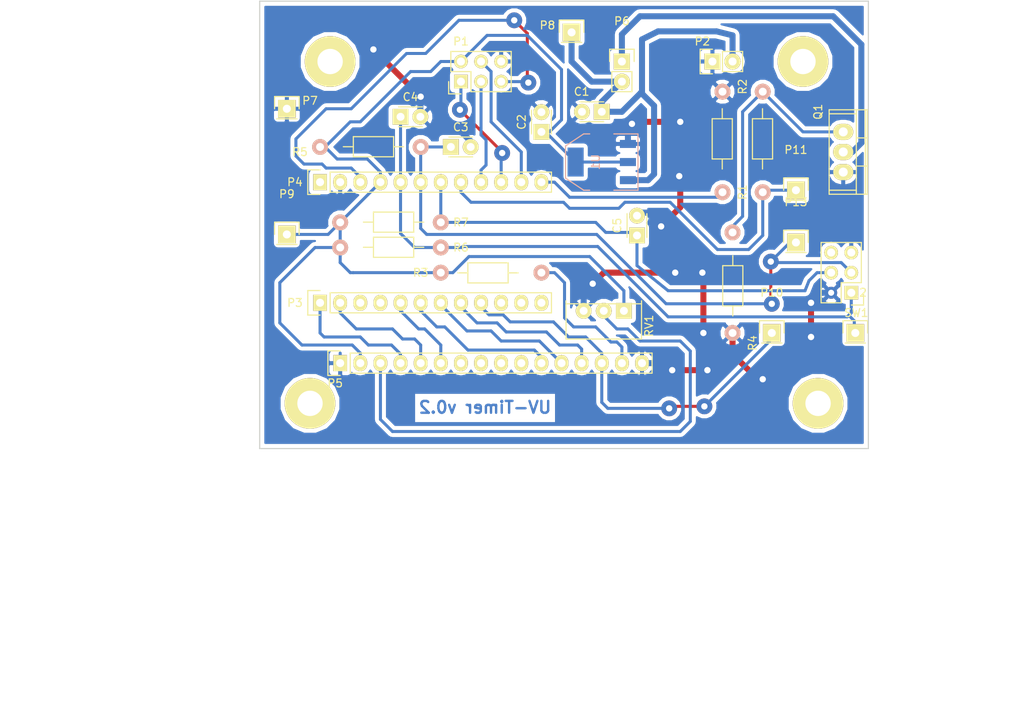
<source format=kicad_pcb>
(kicad_pcb (version 4) (host pcbnew 4.0.3-stable)

  (general
    (links 63)
    (no_connects 0)
    (area 68.504999 86.284999 145.490001 142.950001)
    (thickness 1.6)
    (drawings 13)
    (tracks 309)
    (zones 0)
    (modules 33)
    (nets 34)
  )

  (page A4)
  (layers
    (0 F.Cu signal)
    (31 B.Cu signal)
    (32 B.Adhes user)
    (33 F.Adhes user)
    (34 B.Paste user)
    (35 F.Paste user)
    (36 B.SilkS user)
    (37 F.SilkS user)
    (38 B.Mask user)
    (39 F.Mask user)
    (40 Dwgs.User user)
    (41 Cmts.User user)
    (42 Eco1.User user)
    (43 Eco2.User user)
    (44 Edge.Cuts user)
    (45 Margin user)
    (46 B.CrtYd user)
    (47 F.CrtYd user)
    (48 B.Fab user)
    (49 F.Fab user)
  )

  (setup
    (last_trace_width 0.381)
    (trace_clearance 0.2032)
    (zone_clearance 0.508)
    (zone_45_only no)
    (trace_min 0.2)
    (segment_width 0.2)
    (edge_width 0.15)
    (via_size 2)
    (via_drill 0.8)
    (via_min_size 0.4)
    (via_min_drill 0.3)
    (uvia_size 0.3)
    (uvia_drill 0.1)
    (uvias_allowed no)
    (uvia_min_size 0.2)
    (uvia_min_drill 0.1)
    (pcb_text_width 0.3)
    (pcb_text_size 1.5 1.5)
    (mod_edge_width 0.15)
    (mod_text_size 1 1)
    (mod_text_width 0.15)
    (pad_size 2 2)
    (pad_drill 1)
    (pad_to_mask_clearance 0.2)
    (aux_axis_origin 0 0)
    (visible_elements 7FFFFF7F)
    (pcbplotparams
      (layerselection 0x00000_80000000)
      (usegerberextensions false)
      (excludeedgelayer false)
      (linewidth 0.020000)
      (plotframeref false)
      (viasonmask false)
      (mode 1)
      (useauxorigin false)
      (hpglpennumber 1)
      (hpglpenspeed 20)
      (hpglpendiameter 15)
      (hpglpenoverlay 2)
      (psnegative true)
      (psa4output false)
      (plotreference false)
      (plotvalue false)
      (plotinvisibletext false)
      (padsonsilk false)
      (subtractmaskfromsilk false)
      (outputformat 5)
      (mirror false)
      (drillshape 2)
      (scaleselection 1)
      (outputdirectory pdf/))
  )

  (net 0 "")
  (net 1 +12V)
  (net 2 GND)
  (net 3 /+5V)
  (net 4 /ROTB)
  (net 5 /MISO)
  (net 6 /SCK)
  (net 7 /MOSI)
  (net 8 /~RST)
  (net 9 /RS)
  (net 10 /RW)
  (net 11 "Net-(P3-Pad3)")
  (net 12 "Net-(P3-Pad4)")
  (net 13 /EN)
  (net 14 /DB4)
  (net 15 /DB5)
  (net 16 /DB6)
  (net 17 /DB7)
  (net 18 "Net-(P3-Pad10)")
  (net 19 "Net-(P3-Pad11)")
  (net 20 "Net-(P3-Pad12)")
  (net 21 "Net-(P4-Pad1)")
  (net 22 /ROTA)
  (net 23 "Net-(P4-Pad12)")
  (net 24 "Net-(P5-Pad3)")
  (net 25 "Net-(P5-Pad7)")
  (net 26 "Net-(P5-Pad8)")
  (net 27 "Net-(P5-Pad9)")
  (net 28 "Net-(P5-Pad10)")
  (net 29 "Net-(Q1-Pad1)")
  (net 30 /PWR_CTRL)
  (net 31 /ROTP)
  (net 32 /LOAD)
  (net 33 "Net-(P5-Pad15)")

  (net_class Default "This is the default net class."
    (clearance 0.2032)
    (trace_width 0.381)
    (via_dia 2)
    (via_drill 0.8)
    (uvia_dia 0.3)
    (uvia_drill 0.1)
    (add_net /+5V)
    (add_net /DB4)
    (add_net /DB5)
    (add_net /DB6)
    (add_net /DB7)
    (add_net /EN)
    (add_net /MISO)
    (add_net /MOSI)
    (add_net /PWR_CTRL)
    (add_net /ROTA)
    (add_net /ROTB)
    (add_net /ROTP)
    (add_net /RS)
    (add_net /RW)
    (add_net /SCK)
    (add_net /~RST)
    (add_net "Net-(P3-Pad10)")
    (add_net "Net-(P3-Pad11)")
    (add_net "Net-(P3-Pad12)")
    (add_net "Net-(P3-Pad3)")
    (add_net "Net-(P3-Pad4)")
    (add_net "Net-(P4-Pad1)")
    (add_net "Net-(P4-Pad12)")
    (add_net "Net-(P5-Pad10)")
    (add_net "Net-(P5-Pad15)")
    (add_net "Net-(P5-Pad3)")
    (add_net "Net-(P5-Pad7)")
    (add_net "Net-(P5-Pad8)")
    (add_net "Net-(P5-Pad9)")
    (add_net "Net-(Q1-Pad1)")
  )

  (net_class PWR ""
    (clearance 0.381)
    (trace_width 0.762)
    (via_dia 2)
    (via_drill 0.8)
    (uvia_dia 0.3)
    (uvia_drill 0.1)
    (add_net +12V)
    (add_net /LOAD)
    (add_net GND)
  )

  (module Pin_Headers:Pin_Header_Straight_2x03 (layer F.Cu) (tedit 57CBCD34) (tstamp 57C7E5A2)
    (at 143.256 123.19 180)
    (descr "Through hole pin header")
    (tags "pin header")
    (path /57C73617)
    (fp_text reference SW1 (at -0.635 -2.54 180) (layer F.SilkS)
      (effects (font (size 1 1) (thickness 0.15)))
    )
    (fp_text value ROTARY_ENCODER_SWITCH (at -3.175 7.62 270) (layer F.Fab) hide
      (effects (font (size 1 1) (thickness 0.15)))
    )
    (fp_line (start -1.27 1.27) (end -1.27 6.35) (layer F.SilkS) (width 0.15))
    (fp_line (start -1.55 -1.55) (end 0 -1.55) (layer F.SilkS) (width 0.15))
    (fp_line (start -1.75 -1.75) (end -1.75 6.85) (layer F.CrtYd) (width 0.05))
    (fp_line (start 4.3 -1.75) (end 4.3 6.85) (layer F.CrtYd) (width 0.05))
    (fp_line (start -1.75 -1.75) (end 4.3 -1.75) (layer F.CrtYd) (width 0.05))
    (fp_line (start -1.75 6.85) (end 4.3 6.85) (layer F.CrtYd) (width 0.05))
    (fp_line (start 1.27 -1.27) (end 1.27 1.27) (layer F.SilkS) (width 0.15))
    (fp_line (start 1.27 1.27) (end -1.27 1.27) (layer F.SilkS) (width 0.15))
    (fp_line (start -1.27 6.35) (end 3.81 6.35) (layer F.SilkS) (width 0.15))
    (fp_line (start 3.81 6.35) (end 3.81 1.27) (layer F.SilkS) (width 0.15))
    (fp_line (start -1.55 -1.55) (end -1.55 0) (layer F.SilkS) (width 0.15))
    (fp_line (start 3.81 -1.27) (end 1.27 -1.27) (layer F.SilkS) (width 0.15))
    (fp_line (start 3.81 1.27) (end 3.81 -1.27) (layer F.SilkS) (width 0.15))
    (pad 1 thru_hole rect (at 0 0 180) (size 1.7272 1.7272) (drill 1.016) (layers *.Cu *.Mask F.SilkS)
      (net 22 /ROTA))
    (pad 2 thru_hole circle (at 2.54 0 180) (size 1.524 1.524) (drill 0.762) (layers *.Cu *.Mask)
      (net 2 GND))
    (pad 3 thru_hole oval (at 0 2.54 180) (size 1.7272 1.7272) (drill 1.016) (layers *.Cu *.Mask F.SilkS)
      (net 4 /ROTB))
    (pad 4 thru_hole oval (at 2.54 2.54 180) (size 1.7272 1.7272) (drill 1.016) (layers *.Cu *.Mask F.SilkS)
      (net 31 /ROTP))
    (pad 5 thru_hole oval (at 0 5.08 180) (size 1.7272 1.7272) (drill 1.016) (layers *.Cu *.Mask F.SilkS)
      (net 2 GND))
    (pad 6 thru_hole oval (at 2.54 5.08 180) (size 1.7272 1.7272) (drill 1.016) (layers *.Cu *.Mask F.SilkS))
    (model Pin_Headers.3dshapes/Pin_Header_Straight_2x03.wrl
      (at (xyz 0.05 -0.1 0))
      (scale (xyz 1 1 1))
      (rotate (xyz 0 0 90))
    )
  )

  (module Capacitors_ThroughHole:C_Disc_D3_P2.5 (layer F.Cu) (tedit 57CBD149) (tstamp 57C7E4FE)
    (at 111.76 100.33 180)
    (descr "Capacitor 3mm Disc, Pitch 2.5mm")
    (tags Capacitor)
    (path /57C75160)
    (fp_text reference C1 (at 2.54 2.54 180) (layer F.SilkS)
      (effects (font (size 1 1) (thickness 0.15)))
    )
    (fp_text value 10uF (at 1.25 2.5 180) (layer F.Fab) hide
      (effects (font (size 1 1) (thickness 0.15)))
    )
    (fp_line (start -0.9 -1.5) (end 3.4 -1.5) (layer F.CrtYd) (width 0.05))
    (fp_line (start 3.4 -1.5) (end 3.4 1.5) (layer F.CrtYd) (width 0.05))
    (fp_line (start 3.4 1.5) (end -0.9 1.5) (layer F.CrtYd) (width 0.05))
    (fp_line (start -0.9 1.5) (end -0.9 -1.5) (layer F.CrtYd) (width 0.05))
    (fp_line (start -0.25 -1.25) (end 2.75 -1.25) (layer F.SilkS) (width 0.15))
    (fp_line (start 2.75 1.25) (end -0.25 1.25) (layer F.SilkS) (width 0.15))
    (pad 1 thru_hole rect (at 0 0 180) (size 2 2) (drill 1) (layers *.Cu *.Mask F.SilkS)
      (net 1 +12V))
    (pad 2 thru_hole circle (at 2.5 0 180) (size 2 2) (drill 1) (layers *.Cu *.Mask F.SilkS)
      (net 2 GND))
    (model Capacitors_ThroughHole.3dshapes/C_Disc_D3_P2.5.wrl
      (at (xyz 0.0492126 0 0))
      (scale (xyz 1 1 1))
      (rotate (xyz 0 0 0))
    )
  )

  (module Capacitors_ThroughHole:C_Disc_D3_P2.5 (layer F.Cu) (tedit 57CBD12E) (tstamp 57C7E504)
    (at 104.14 102.87 90)
    (descr "Capacitor 3mm Disc, Pitch 2.5mm")
    (tags Capacitor)
    (path /57C750E5)
    (fp_text reference C2 (at 1.25 -2.5 90) (layer F.SilkS)
      (effects (font (size 1 1) (thickness 0.15)))
    )
    (fp_text value 22uF (at 1.25 2.5 90) (layer F.Fab) hide
      (effects (font (size 1 1) (thickness 0.15)))
    )
    (fp_line (start -0.9 -1.5) (end 3.4 -1.5) (layer F.CrtYd) (width 0.05))
    (fp_line (start 3.4 -1.5) (end 3.4 1.5) (layer F.CrtYd) (width 0.05))
    (fp_line (start 3.4 1.5) (end -0.9 1.5) (layer F.CrtYd) (width 0.05))
    (fp_line (start -0.9 1.5) (end -0.9 -1.5) (layer F.CrtYd) (width 0.05))
    (fp_line (start -0.25 -1.25) (end 2.75 -1.25) (layer F.SilkS) (width 0.15))
    (fp_line (start 2.75 1.25) (end -0.25 1.25) (layer F.SilkS) (width 0.15))
    (pad 1 thru_hole rect (at 0 0 90) (size 2 2) (drill 1) (layers *.Cu *.Mask F.SilkS)
      (net 3 /+5V))
    (pad 2 thru_hole circle (at 2.5 0 90) (size 2 2) (drill 1) (layers *.Cu *.Mask F.SilkS)
      (net 2 GND))
    (model Capacitors_ThroughHole.3dshapes/C_Disc_D3_P2.5.wrl
      (at (xyz 0.0492126 0 0))
      (scale (xyz 1 1 1))
      (rotate (xyz 0 0 0))
    )
  )

  (module Capacitors_ThroughHole:C_Disc_D3_P2.5 (layer F.Cu) (tedit 57CBD0F1) (tstamp 57C7E50A)
    (at 92.71 104.775)
    (descr "Capacitor 3mm Disc, Pitch 2.5mm")
    (tags Capacitor)
    (path /57C73705)
    (fp_text reference C3 (at 1.25 -2.5) (layer F.SilkS)
      (effects (font (size 1 1) (thickness 0.15)))
    )
    (fp_text value 104pF (at 1.25 2.5) (layer F.Fab)
      (effects (font (size 1 1) (thickness 0.15)))
    )
    (fp_line (start -0.9 -1.5) (end 3.4 -1.5) (layer F.CrtYd) (width 0.05))
    (fp_line (start 3.4 -1.5) (end 3.4 1.5) (layer F.CrtYd) (width 0.05))
    (fp_line (start 3.4 1.5) (end -0.9 1.5) (layer F.CrtYd) (width 0.05))
    (fp_line (start -0.9 1.5) (end -0.9 -1.5) (layer F.CrtYd) (width 0.05))
    (fp_line (start -0.25 -1.25) (end 2.75 -1.25) (layer F.SilkS) (width 0.15))
    (fp_line (start 2.75 1.25) (end -0.25 1.25) (layer F.SilkS) (width 0.15))
    (pad 1 thru_hole rect (at 0 0) (size 2 2) (drill 1) (layers *.Cu *.Mask F.SilkS)
      (net 4 /ROTB))
    (pad 2 thru_hole circle (at 2.5 0) (size 2 2) (drill 1) (layers *.Cu *.Mask F.SilkS)
      (net 2 GND))
    (model Capacitors_ThroughHole.3dshapes/C_Disc_D3_P2.5.wrl
      (at (xyz 0.0492126 0 0))
      (scale (xyz 1 1 1))
      (rotate (xyz 0 0 0))
    )
  )

  (module Capacitors_ThroughHole:C_Disc_D3_P2.5 (layer F.Cu) (tedit 57CBD1B6) (tstamp 57C7E510)
    (at 86.36 100.965)
    (descr "Capacitor 3mm Disc, Pitch 2.5mm")
    (tags Capacitor)
    (path /57C736B5)
    (fp_text reference C4 (at 1.25 -2.5) (layer F.SilkS)
      (effects (font (size 1 1) (thickness 0.15)))
    )
    (fp_text value 104pF (at 1.25 2.5) (layer F.Fab) hide
      (effects (font (size 1 1) (thickness 0.15)))
    )
    (fp_line (start -0.9 -1.5) (end 3.4 -1.5) (layer F.CrtYd) (width 0.05))
    (fp_line (start 3.4 -1.5) (end 3.4 1.5) (layer F.CrtYd) (width 0.05))
    (fp_line (start 3.4 1.5) (end -0.9 1.5) (layer F.CrtYd) (width 0.05))
    (fp_line (start -0.9 1.5) (end -0.9 -1.5) (layer F.CrtYd) (width 0.05))
    (fp_line (start -0.25 -1.25) (end 2.75 -1.25) (layer F.SilkS) (width 0.15))
    (fp_line (start 2.75 1.25) (end -0.25 1.25) (layer F.SilkS) (width 0.15))
    (pad 1 thru_hole rect (at 0 0) (size 2 2) (drill 1) (layers *.Cu *.Mask F.SilkS)
      (net 22 /ROTA))
    (pad 2 thru_hole circle (at 2.5 0) (size 2 2) (drill 1) (layers *.Cu *.Mask F.SilkS)
      (net 2 GND))
    (model Capacitors_ThroughHole.3dshapes/C_Disc_D3_P2.5.wrl
      (at (xyz 0.0492126 0 0))
      (scale (xyz 1 1 1))
      (rotate (xyz 0 0 0))
    )
  )

  (module Capacitors_ThroughHole:C_Disc_D3_P2.5 (layer F.Cu) (tedit 57CBD18D) (tstamp 57C7E516)
    (at 116.205 115.951 90)
    (descr "Capacitor 3mm Disc, Pitch 2.5mm")
    (tags Capacitor)
    (path /57C73670)
    (fp_text reference C5 (at 1.25 -2.5 90) (layer F.SilkS)
      (effects (font (size 1 1) (thickness 0.15)))
    )
    (fp_text value 104pF (at 1.25 2.5 90) (layer F.Fab)
      (effects (font (size 1 1) (thickness 0.15)))
    )
    (fp_line (start -0.9 -1.5) (end 3.4 -1.5) (layer F.CrtYd) (width 0.05))
    (fp_line (start 3.4 -1.5) (end 3.4 1.5) (layer F.CrtYd) (width 0.05))
    (fp_line (start 3.4 1.5) (end -0.9 1.5) (layer F.CrtYd) (width 0.05))
    (fp_line (start -0.9 1.5) (end -0.9 -1.5) (layer F.CrtYd) (width 0.05))
    (fp_line (start -0.25 -1.25) (end 2.75 -1.25) (layer F.SilkS) (width 0.15))
    (fp_line (start 2.75 1.25) (end -0.25 1.25) (layer F.SilkS) (width 0.15))
    (pad 1 thru_hole rect (at 0 0 90) (size 2 2) (drill 1) (layers *.Cu *.Mask F.SilkS)
      (net 31 /ROTP))
    (pad 2 thru_hole circle (at 2.5 0 90) (size 2 2) (drill 1) (layers *.Cu *.Mask F.SilkS)
      (net 2 GND))
    (model Capacitors_ThroughHole.3dshapes/C_Disc_D3_P2.5.wrl
      (at (xyz 0.0492126 0 0))
      (scale (xyz 1 1 1))
      (rotate (xyz 0 0 0))
    )
  )

  (module Pin_Headers:Pin_Header_Straight_2x03 (layer F.Cu) (tedit 57CB25A8) (tstamp 57C7E520)
    (at 93.98 96.52 90)
    (descr "Through hole pin header")
    (tags "pin header")
    (path /57C7A915)
    (fp_text reference P1 (at 5.08 0 180) (layer F.SilkS)
      (effects (font (size 1 1) (thickness 0.15)))
    )
    (fp_text value CONN_SPI (at -2.032 8.255 180) (layer F.Fab)
      (effects (font (size 1 1) (thickness 0.15)))
    )
    (fp_line (start -1.27 1.27) (end -1.27 6.35) (layer F.SilkS) (width 0.15))
    (fp_line (start -1.55 -1.55) (end 0 -1.55) (layer F.SilkS) (width 0.15))
    (fp_line (start -1.75 -1.75) (end -1.75 6.85) (layer F.CrtYd) (width 0.05))
    (fp_line (start 4.3 -1.75) (end 4.3 6.85) (layer F.CrtYd) (width 0.05))
    (fp_line (start -1.75 -1.75) (end 4.3 -1.75) (layer F.CrtYd) (width 0.05))
    (fp_line (start -1.75 6.85) (end 4.3 6.85) (layer F.CrtYd) (width 0.05))
    (fp_line (start 1.27 -1.27) (end 1.27 1.27) (layer F.SilkS) (width 0.15))
    (fp_line (start 1.27 1.27) (end -1.27 1.27) (layer F.SilkS) (width 0.15))
    (fp_line (start -1.27 6.35) (end 3.81 6.35) (layer F.SilkS) (width 0.15))
    (fp_line (start 3.81 6.35) (end 3.81 1.27) (layer F.SilkS) (width 0.15))
    (fp_line (start -1.55 -1.55) (end -1.55 0) (layer F.SilkS) (width 0.15))
    (fp_line (start 3.81 -1.27) (end 1.27 -1.27) (layer F.SilkS) (width 0.15))
    (fp_line (start 3.81 1.27) (end 3.81 -1.27) (layer F.SilkS) (width 0.15))
    (pad 1 thru_hole rect (at 0 0 90) (size 1.7272 1.7272) (drill 1.016) (layers *.Cu *.Mask F.SilkS)
      (net 5 /MISO))
    (pad 2 thru_hole oval (at 2.54 0 90) (size 1.7272 1.7272) (drill 1.016) (layers *.Cu *.Mask F.SilkS)
      (net 3 /+5V))
    (pad 3 thru_hole oval (at 0 2.54 90) (size 1.7272 1.7272) (drill 1.016) (layers *.Cu *.Mask F.SilkS)
      (net 6 /SCK))
    (pad 4 thru_hole oval (at 2.54 2.54 90) (size 1.7272 1.7272) (drill 1.016) (layers *.Cu *.Mask F.SilkS)
      (net 7 /MOSI))
    (pad 5 thru_hole oval (at 0 5.08 90) (size 1.7272 1.7272) (drill 1.016) (layers *.Cu *.Mask F.SilkS)
      (net 8 /~RST))
    (pad 6 thru_hole oval (at 2.54 5.08 90) (size 1.7272 1.7272) (drill 1.016) (layers *.Cu *.Mask F.SilkS)
      (net 2 GND))
    (model Pin_Headers.3dshapes/Pin_Header_Straight_2x03.wrl
      (at (xyz 0.05 -0.1 0))
      (scale (xyz 1 1 1))
      (rotate (xyz 0 0 90))
    )
  )

  (module Socket_Strips:Socket_Strip_Straight_1x02 (layer F.Cu) (tedit 57C84F1D) (tstamp 57C7E526)
    (at 125.73 93.98)
    (descr "Through hole socket strip")
    (tags "socket strip")
    (path /57C730BA)
    (fp_text reference P2 (at -1.27 -2.54) (layer F.SilkS)
      (effects (font (size 1 1) (thickness 0.15)))
    )
    (fp_text value PWR_IN (at 3.175 -2.54) (layer F.Fab)
      (effects (font (size 1 1) (thickness 0.15)))
    )
    (fp_line (start -1.55 1.55) (end 0 1.55) (layer F.SilkS) (width 0.15))
    (fp_line (start 3.81 1.27) (end 1.27 1.27) (layer F.SilkS) (width 0.15))
    (fp_line (start -1.75 -1.75) (end -1.75 1.75) (layer F.CrtYd) (width 0.05))
    (fp_line (start 4.3 -1.75) (end 4.3 1.75) (layer F.CrtYd) (width 0.05))
    (fp_line (start -1.75 -1.75) (end 4.3 -1.75) (layer F.CrtYd) (width 0.05))
    (fp_line (start -1.75 1.75) (end 4.3 1.75) (layer F.CrtYd) (width 0.05))
    (fp_line (start 1.27 1.27) (end 1.27 -1.27) (layer F.SilkS) (width 0.15))
    (fp_line (start 0 -1.55) (end -1.55 -1.55) (layer F.SilkS) (width 0.15))
    (fp_line (start -1.55 -1.55) (end -1.55 1.55) (layer F.SilkS) (width 0.15))
    (fp_line (start 1.27 -1.27) (end 3.81 -1.27) (layer F.SilkS) (width 0.15))
    (fp_line (start 3.81 -1.27) (end 3.81 1.27) (layer F.SilkS) (width 0.15))
    (pad 1 thru_hole rect (at 0 0) (size 2.032 2.032) (drill 1.016) (layers *.Cu *.Mask F.SilkS)
      (net 2 GND))
    (pad 2 thru_hole oval (at 2.54 0) (size 2.032 2.032) (drill 1.016) (layers *.Cu *.Mask F.SilkS)
      (net 1 +12V))
    (model Socket_Strips.3dshapes/Socket_Strip_Straight_1x02.wrl
      (at (xyz 0.05 0 0))
      (scale (xyz 1 1 1))
      (rotate (xyz 0 0 180))
    )
  )

  (module Socket_Strips:Socket_Strip_Straight_1x12 (layer F.Cu) (tedit 57C864EA) (tstamp 57C7E536)
    (at 76.2 124.46)
    (descr "Through hole socket strip")
    (tags "socket strip")
    (path /57D2CBFA)
    (fp_text reference P3 (at -3.175 0) (layer F.SilkS)
      (effects (font (size 1 1) (thickness 0.15)))
    )
    (fp_text value CONN_ARDUINO_PRO_MINI_1_12 (at 17.78 2.54) (layer F.Fab) hide
      (effects (font (size 1 1) (thickness 0.15)))
    )
    (fp_line (start -1.75 -1.75) (end -1.75 1.75) (layer F.CrtYd) (width 0.05))
    (fp_line (start 29.7 -1.75) (end 29.7 1.75) (layer F.CrtYd) (width 0.05))
    (fp_line (start -1.75 -1.75) (end 29.7 -1.75) (layer F.CrtYd) (width 0.05))
    (fp_line (start -1.75 1.75) (end 29.7 1.75) (layer F.CrtYd) (width 0.05))
    (fp_line (start 1.27 1.27) (end 29.21 1.27) (layer F.SilkS) (width 0.15))
    (fp_line (start 29.21 1.27) (end 29.21 -1.27) (layer F.SilkS) (width 0.15))
    (fp_line (start 29.21 -1.27) (end 1.27 -1.27) (layer F.SilkS) (width 0.15))
    (fp_line (start -1.55 1.55) (end 0 1.55) (layer F.SilkS) (width 0.15))
    (fp_line (start 1.27 1.27) (end 1.27 -1.27) (layer F.SilkS) (width 0.15))
    (fp_line (start 0 -1.55) (end -1.55 -1.55) (layer F.SilkS) (width 0.15))
    (fp_line (start -1.55 -1.55) (end -1.55 1.55) (layer F.SilkS) (width 0.15))
    (pad 1 thru_hole rect (at 0 0) (size 1.7272 2.032) (drill 1.016) (layers *.Cu *.Mask F.SilkS)
      (net 9 /RS))
    (pad 2 thru_hole oval (at 2.54 0) (size 1.7272 2.032) (drill 1.016) (layers *.Cu *.Mask F.SilkS)
      (net 10 /RW))
    (pad 3 thru_hole oval (at 5.08 0) (size 1.7272 2.032) (drill 1.016) (layers *.Cu *.Mask F.SilkS)
      (net 11 "Net-(P3-Pad3)"))
    (pad 4 thru_hole oval (at 7.62 0) (size 1.7272 2.032) (drill 1.016) (layers *.Cu *.Mask F.SilkS)
      (net 12 "Net-(P3-Pad4)"))
    (pad 5 thru_hole oval (at 10.16 0) (size 1.7272 2.032) (drill 1.016) (layers *.Cu *.Mask F.SilkS)
      (net 13 /EN))
    (pad 6 thru_hole oval (at 12.7 0) (size 1.7272 2.032) (drill 1.016) (layers *.Cu *.Mask F.SilkS)
      (net 14 /DB4))
    (pad 7 thru_hole oval (at 15.24 0) (size 1.7272 2.032) (drill 1.016) (layers *.Cu *.Mask F.SilkS)
      (net 15 /DB5))
    (pad 8 thru_hole oval (at 17.78 0) (size 1.7272 2.032) (drill 1.016) (layers *.Cu *.Mask F.SilkS)
      (net 16 /DB6))
    (pad 9 thru_hole oval (at 20.32 0) (size 1.7272 2.032) (drill 1.016) (layers *.Cu *.Mask F.SilkS)
      (net 17 /DB7))
    (pad 10 thru_hole oval (at 22.86 0) (size 1.7272 2.032) (drill 1.016) (layers *.Cu *.Mask F.SilkS)
      (net 18 "Net-(P3-Pad10)"))
    (pad 11 thru_hole oval (at 25.4 0) (size 1.7272 2.032) (drill 1.016) (layers *.Cu *.Mask F.SilkS)
      (net 19 "Net-(P3-Pad11)"))
    (pad 12 thru_hole oval (at 27.94 0) (size 1.7272 2.032) (drill 1.016) (layers *.Cu *.Mask F.SilkS)
      (net 20 "Net-(P3-Pad12)"))
    (model Socket_Strips.3dshapes/Socket_Strip_Straight_1x12.wrl
      (at (xyz 0.55 0 0))
      (scale (xyz 1 1 1))
      (rotate (xyz 0 0 180))
    )
  )

  (module Socket_Strips:Socket_Strip_Straight_1x12 (layer F.Cu) (tedit 57C864DF) (tstamp 57C7E546)
    (at 76.2 109.22)
    (descr "Through hole socket strip")
    (tags "socket strip")
    (path /57C8A9E7)
    (fp_text reference P4 (at -3.175 0) (layer F.SilkS)
      (effects (font (size 1 1) (thickness 0.15)))
    )
    (fp_text value CONN_ARDUINO_PRO_MINI_13_24 (at 19.05 -2.54) (layer F.Fab) hide
      (effects (font (size 1 1) (thickness 0.15)))
    )
    (fp_line (start -1.75 -1.75) (end -1.75 1.75) (layer F.CrtYd) (width 0.05))
    (fp_line (start 29.7 -1.75) (end 29.7 1.75) (layer F.CrtYd) (width 0.05))
    (fp_line (start -1.75 -1.75) (end 29.7 -1.75) (layer F.CrtYd) (width 0.05))
    (fp_line (start -1.75 1.75) (end 29.7 1.75) (layer F.CrtYd) (width 0.05))
    (fp_line (start 1.27 1.27) (end 29.21 1.27) (layer F.SilkS) (width 0.15))
    (fp_line (start 29.21 1.27) (end 29.21 -1.27) (layer F.SilkS) (width 0.15))
    (fp_line (start 29.21 -1.27) (end 1.27 -1.27) (layer F.SilkS) (width 0.15))
    (fp_line (start -1.55 1.55) (end 0 1.55) (layer F.SilkS) (width 0.15))
    (fp_line (start 1.27 1.27) (end 1.27 -1.27) (layer F.SilkS) (width 0.15))
    (fp_line (start 0 -1.55) (end -1.55 -1.55) (layer F.SilkS) (width 0.15))
    (fp_line (start -1.55 -1.55) (end -1.55 1.55) (layer F.SilkS) (width 0.15))
    (pad 1 thru_hole rect (at 0 0) (size 1.7272 2.032) (drill 1.016) (layers *.Cu *.Mask F.SilkS)
      (net 21 "Net-(P4-Pad1)"))
    (pad 2 thru_hole oval (at 2.54 0) (size 1.7272 2.032) (drill 1.016) (layers *.Cu *.Mask F.SilkS)
      (net 2 GND))
    (pad 3 thru_hole oval (at 5.08 0) (size 1.7272 2.032) (drill 1.016) (layers *.Cu *.Mask F.SilkS)
      (net 8 /~RST))
    (pad 4 thru_hole oval (at 7.62 0) (size 1.7272 2.032) (drill 1.016) (layers *.Cu *.Mask F.SilkS)
      (net 3 /+5V))
    (pad 5 thru_hole oval (at 10.16 0) (size 1.7272 2.032) (drill 1.016) (layers *.Cu *.Mask F.SilkS)
      (net 22 /ROTA))
    (pad 6 thru_hole oval (at 12.7 0) (size 1.7272 2.032) (drill 1.016) (layers *.Cu *.Mask F.SilkS)
      (net 4 /ROTB))
    (pad 7 thru_hole oval (at 15.24 0) (size 1.7272 2.032) (drill 1.016) (layers *.Cu *.Mask F.SilkS)
      (net 31 /ROTP))
    (pad 8 thru_hole oval (at 17.78 0) (size 1.7272 2.032) (drill 1.016) (layers *.Cu *.Mask F.SilkS)
      (net 30 /PWR_CTRL))
    (pad 9 thru_hole oval (at 20.32 0) (size 1.7272 2.032) (drill 1.016) (layers *.Cu *.Mask F.SilkS)
      (net 6 /SCK))
    (pad 10 thru_hole oval (at 22.86 0) (size 1.7272 2.032) (drill 1.016) (layers *.Cu *.Mask F.SilkS)
      (net 5 /MISO))
    (pad 11 thru_hole oval (at 25.4 0) (size 1.7272 2.032) (drill 1.016) (layers *.Cu *.Mask F.SilkS)
      (net 7 /MOSI))
    (pad 12 thru_hole oval (at 27.94 0) (size 1.7272 2.032) (drill 1.016) (layers *.Cu *.Mask F.SilkS)
      (net 23 "Net-(P4-Pad12)"))
    (model Socket_Strips.3dshapes/Socket_Strip_Straight_1x12.wrl
      (at (xyz 0.55 0 0))
      (scale (xyz 1 1 1))
      (rotate (xyz 0 0 180))
    )
  )

  (module Socket_Strips:Socket_Strip_Straight_1x16 (layer F.Cu) (tedit 57CB25C8) (tstamp 57C7E55A)
    (at 78.74 132.08)
    (descr "Through hole socket strip")
    (tags "socket strip")
    (path /57C74D2A)
    (fp_text reference P5 (at -0.635 2.54) (layer F.SilkS)
      (effects (font (size 1 1) (thickness 0.15)))
    )
    (fp_text value CONN_HD44780 (at 21.209 2.54) (layer F.Fab)
      (effects (font (size 1 1) (thickness 0.15)))
    )
    (fp_line (start -1.75 -1.75) (end -1.75 1.75) (layer F.CrtYd) (width 0.05))
    (fp_line (start 39.85 -1.75) (end 39.85 1.75) (layer F.CrtYd) (width 0.05))
    (fp_line (start -1.75 -1.75) (end 39.85 -1.75) (layer F.CrtYd) (width 0.05))
    (fp_line (start -1.75 1.75) (end 39.85 1.75) (layer F.CrtYd) (width 0.05))
    (fp_line (start 1.27 -1.27) (end 39.37 -1.27) (layer F.SilkS) (width 0.15))
    (fp_line (start 39.37 -1.27) (end 39.37 1.27) (layer F.SilkS) (width 0.15))
    (fp_line (start 39.37 1.27) (end 1.27 1.27) (layer F.SilkS) (width 0.15))
    (fp_line (start -1.55 1.55) (end 0 1.55) (layer F.SilkS) (width 0.15))
    (fp_line (start 1.27 1.27) (end 1.27 -1.27) (layer F.SilkS) (width 0.15))
    (fp_line (start 0 -1.55) (end -1.55 -1.55) (layer F.SilkS) (width 0.15))
    (fp_line (start -1.55 -1.55) (end -1.55 1.55) (layer F.SilkS) (width 0.15))
    (pad 1 thru_hole rect (at 0 0) (size 1.7272 2.032) (drill 1.016) (layers *.Cu *.Mask F.SilkS)
      (net 2 GND))
    (pad 2 thru_hole oval (at 2.54 0) (size 1.7272 2.032) (drill 1.016) (layers *.Cu *.Mask F.SilkS)
      (net 3 /+5V))
    (pad 3 thru_hole oval (at 5.08 0) (size 1.7272 2.032) (drill 1.016) (layers *.Cu *.Mask F.SilkS)
      (net 24 "Net-(P5-Pad3)"))
    (pad 4 thru_hole oval (at 7.62 0) (size 1.7272 2.032) (drill 1.016) (layers *.Cu *.Mask F.SilkS)
      (net 9 /RS))
    (pad 5 thru_hole oval (at 10.16 0) (size 1.7272 2.032) (drill 1.016) (layers *.Cu *.Mask F.SilkS)
      (net 10 /RW))
    (pad 6 thru_hole oval (at 12.7 0) (size 1.7272 2.032) (drill 1.016) (layers *.Cu *.Mask F.SilkS)
      (net 13 /EN))
    (pad 7 thru_hole oval (at 15.24 0) (size 1.7272 2.032) (drill 1.016) (layers *.Cu *.Mask F.SilkS)
      (net 25 "Net-(P5-Pad7)"))
    (pad 8 thru_hole oval (at 17.78 0) (size 1.7272 2.032) (drill 1.016) (layers *.Cu *.Mask F.SilkS)
      (net 26 "Net-(P5-Pad8)"))
    (pad 9 thru_hole oval (at 20.32 0) (size 1.7272 2.032) (drill 1.016) (layers *.Cu *.Mask F.SilkS)
      (net 27 "Net-(P5-Pad9)"))
    (pad 10 thru_hole oval (at 22.86 0) (size 1.7272 2.032) (drill 1.016) (layers *.Cu *.Mask F.SilkS)
      (net 28 "Net-(P5-Pad10)"))
    (pad 11 thru_hole oval (at 25.4 0) (size 1.7272 2.032) (drill 1.016) (layers *.Cu *.Mask F.SilkS)
      (net 14 /DB4))
    (pad 12 thru_hole oval (at 27.94 0) (size 1.7272 2.032) (drill 1.016) (layers *.Cu *.Mask F.SilkS)
      (net 15 /DB5))
    (pad 13 thru_hole oval (at 30.48 0) (size 1.7272 2.032) (drill 1.016) (layers *.Cu *.Mask F.SilkS)
      (net 16 /DB6))
    (pad 14 thru_hole oval (at 33.02 0) (size 1.7272 2.032) (drill 1.016) (layers *.Cu *.Mask F.SilkS)
      (net 17 /DB7))
    (pad 15 thru_hole oval (at 35.56 0) (size 1.7272 2.032) (drill 1.016) (layers *.Cu *.Mask F.SilkS)
      (net 33 "Net-(P5-Pad15)"))
    (pad 16 thru_hole oval (at 38.1 0) (size 1.7272 2.032) (drill 1.016) (layers *.Cu *.Mask F.SilkS)
      (net 2 GND))
    (model Socket_Strips.3dshapes/Socket_Strip_Straight_1x16.wrl
      (at (xyz 0.75 0 0))
      (scale (xyz 1 1 1))
      (rotate (xyz 0 0 180))
    )
  )

  (module Power_Integrations:TO-220 placed (layer F.Cu) (tedit 57C85057) (tstamp 57C7E567)
    (at 142.24 105.41 270)
    (descr "Non Isolated JEDEC TO-220 Package")
    (tags "Power Integration YN Package")
    (path /57C73479)
    (fp_text reference Q1 (at -5.08 3.175 270) (layer F.SilkS)
      (effects (font (size 1 1) (thickness 0.15)))
    )
    (fp_text value FQP30N06 (at 0 -4.318 270) (layer F.Fab) hide
      (effects (font (size 1 1) (thickness 0.15)))
    )
    (fp_line (start 4.826 -1.651) (end 4.826 1.778) (layer F.SilkS) (width 0.15))
    (fp_line (start -4.826 -1.651) (end -4.826 1.778) (layer F.SilkS) (width 0.15))
    (fp_line (start 5.334 -2.794) (end -5.334 -2.794) (layer F.SilkS) (width 0.15))
    (fp_line (start 1.778 -1.778) (end 1.778 -3.048) (layer F.SilkS) (width 0.15))
    (fp_line (start -1.778 -1.778) (end -1.778 -3.048) (layer F.SilkS) (width 0.15))
    (fp_line (start -5.334 -1.651) (end 5.334 -1.651) (layer F.SilkS) (width 0.15))
    (fp_line (start 5.334 1.778) (end -5.334 1.778) (layer F.SilkS) (width 0.15))
    (fp_line (start -5.334 -3.048) (end -5.334 1.778) (layer F.SilkS) (width 0.15))
    (fp_line (start 5.334 -3.048) (end 5.334 1.778) (layer F.SilkS) (width 0.15))
    (fp_line (start 5.334 -3.048) (end -5.334 -3.048) (layer F.SilkS) (width 0.15))
    (pad 2 thru_hole oval (at 0 0 270) (size 2.032 2.54) (drill 1.143) (layers *.Cu *.Mask F.SilkS)
      (net 32 /LOAD))
    (pad 3 thru_hole oval (at 2.54 0 270) (size 2.032 2.54) (drill 1.143) (layers *.Cu *.Mask F.SilkS)
      (net 2 GND))
    (pad 1 thru_hole oval (at -2.54 0 270) (size 2.032 2.54) (drill 1.143) (layers *.Cu *.Mask F.SilkS)
      (net 29 "Net-(Q1-Pad1)"))
  )

  (module resistor-th:Resistor_Horizontal_RM12mm (layer F.Cu) (tedit 57C84EF7) (tstamp 57C7E56D)
    (at 127 110.49 90)
    (descr "Resistor, Axial,  RM 10mm, 1/3W")
    (tags "Resistor Axial RM 10mm 1/3W")
    (path /57C7CAF5)
    (fp_text reference R1 (at 0 2.54 90) (layer F.SilkS)
      (effects (font (size 1 1) (thickness 0.15)))
    )
    (fp_text value 3.6K (at 6.35 0 90) (layer F.Fab)
      (effects (font (size 1 1) (thickness 0.15)))
    )
    (fp_line (start -1.25 -1.5) (end 13.97 -1.5) (layer F.CrtYd) (width 0.05))
    (fp_line (start -1.25 1.5) (end -1.25 -1.5) (layer F.CrtYd) (width 0.05))
    (fp_line (start 13.97 -1.5) (end 13.97 1.5) (layer F.CrtYd) (width 0.05))
    (fp_line (start -1.25 1.5) (end 13.97 1.5) (layer F.CrtYd) (width 0.05))
    (fp_line (start 4.20116 -1.30048) (end 9.28116 -1.30048) (layer F.SilkS) (width 0.15))
    (fp_line (start 9.28116 -1.30048) (end 9.28116 1.23952) (layer F.SilkS) (width 0.15))
    (fp_line (start 9.28116 1.23952) (end 4.20116 1.23952) (layer F.SilkS) (width 0.15))
    (fp_line (start 4.20116 1.23952) (end 4.20116 -1.30048) (layer F.SilkS) (width 0.15))
    (fp_line (start 4.20116 -0.03048) (end 2.93116 -0.03048) (layer F.SilkS) (width 0.15))
    (fp_line (start 9.28116 -0.03048) (end 10.55116 -0.03048) (layer F.SilkS) (width 0.15))
    (pad 1 thru_hole circle (at 0 0 90) (size 1.99898 1.99898) (drill 1.00076) (layers *.Cu *.SilkS *.Mask)
      (net 23 "Net-(P4-Pad12)"))
    (pad 2 thru_hole circle (at 12.7 0 90) (size 1.99898 1.99898) (drill 1.00076) (layers *.Cu *.SilkS *.Mask)
      (net 2 GND))
    (model Resistors_ThroughHole.3dshapes/Resistor_Horizontal_RM10mm.wrl
      (at (xyz 0.2 0 0))
      (scale (xyz 0.4 0.4 0.4))
      (rotate (xyz 0 0 0))
    )
  )

  (module resistor-th:Resistor_Horizontal_RM12mm (layer F.Cu) (tedit 57C8715D) (tstamp 57C7E573)
    (at 132.08 110.49 90)
    (descr "Resistor, Axial,  RM 10mm, 1/3W")
    (tags "Resistor Axial RM 10mm 1/3W")
    (path /57C73517)
    (fp_text reference R2 (at 13.335 -2.54 90) (layer F.SilkS)
      (effects (font (size 1 1) (thickness 0.15)))
    )
    (fp_text value 100R (at 6.35 0 90) (layer F.Fab)
      (effects (font (size 1 1) (thickness 0.15)))
    )
    (fp_line (start -1.25 -1.5) (end 13.97 -1.5) (layer F.CrtYd) (width 0.05))
    (fp_line (start -1.25 1.5) (end -1.25 -1.5) (layer F.CrtYd) (width 0.05))
    (fp_line (start 13.97 -1.5) (end 13.97 1.5) (layer F.CrtYd) (width 0.05))
    (fp_line (start -1.25 1.5) (end 13.97 1.5) (layer F.CrtYd) (width 0.05))
    (fp_line (start 4.20116 -1.30048) (end 9.28116 -1.30048) (layer F.SilkS) (width 0.15))
    (fp_line (start 9.28116 -1.30048) (end 9.28116 1.23952) (layer F.SilkS) (width 0.15))
    (fp_line (start 9.28116 1.23952) (end 4.20116 1.23952) (layer F.SilkS) (width 0.15))
    (fp_line (start 4.20116 1.23952) (end 4.20116 -1.30048) (layer F.SilkS) (width 0.15))
    (fp_line (start 4.20116 -0.03048) (end 2.93116 -0.03048) (layer F.SilkS) (width 0.15))
    (fp_line (start 9.28116 -0.03048) (end 10.55116 -0.03048) (layer F.SilkS) (width 0.15))
    (pad 1 thru_hole circle (at 0 0 90) (size 1.99898 1.99898) (drill 1.00076) (layers *.Cu *.SilkS *.Mask)
      (net 30 /PWR_CTRL))
    (pad 2 thru_hole circle (at 12.7 0 90) (size 1.99898 1.99898) (drill 1.00076) (layers *.Cu *.SilkS *.Mask)
      (net 29 "Net-(Q1-Pad1)"))
    (model Resistors_ThroughHole.3dshapes/Resistor_Horizontal_RM10mm.wrl
      (at (xyz 0.2 0 0))
      (scale (xyz 0.4 0.4 0.4))
      (rotate (xyz 0 0 0))
    )
  )

  (module resistor-th:Resistor_Horizontal_RM12mm (layer F.Cu) (tedit 57C84D12) (tstamp 57C7E579)
    (at 104.14 120.65 180)
    (descr "Resistor, Axial,  RM 10mm, 1/3W")
    (tags "Resistor Axial RM 10mm 1/3W")
    (path /57C7FEDE)
    (fp_text reference R3 (at 15.24 0 180) (layer F.SilkS)
      (effects (font (size 1 1) (thickness 0.15)))
    )
    (fp_text value 47 (at 7.62 0 180) (layer F.Fab)
      (effects (font (size 1 1) (thickness 0.15)))
    )
    (fp_line (start -1.25 -1.5) (end 13.97 -1.5) (layer F.CrtYd) (width 0.05))
    (fp_line (start -1.25 1.5) (end -1.25 -1.5) (layer F.CrtYd) (width 0.05))
    (fp_line (start 13.97 -1.5) (end 13.97 1.5) (layer F.CrtYd) (width 0.05))
    (fp_line (start -1.25 1.5) (end 13.97 1.5) (layer F.CrtYd) (width 0.05))
    (fp_line (start 4.20116 -1.30048) (end 9.28116 -1.30048) (layer F.SilkS) (width 0.15))
    (fp_line (start 9.28116 -1.30048) (end 9.28116 1.23952) (layer F.SilkS) (width 0.15))
    (fp_line (start 9.28116 1.23952) (end 4.20116 1.23952) (layer F.SilkS) (width 0.15))
    (fp_line (start 4.20116 1.23952) (end 4.20116 -1.30048) (layer F.SilkS) (width 0.15))
    (fp_line (start 4.20116 -0.03048) (end 2.93116 -0.03048) (layer F.SilkS) (width 0.15))
    (fp_line (start 9.28116 -0.03048) (end 10.55116 -0.03048) (layer F.SilkS) (width 0.15))
    (pad 1 thru_hole circle (at 0 0 180) (size 1.99898 1.99898) (drill 1.00076) (layers *.Cu *.SilkS *.Mask)
      (net 33 "Net-(P5-Pad15)"))
    (pad 2 thru_hole circle (at 12.7 0 180) (size 1.99898 1.99898) (drill 1.00076) (layers *.Cu *.SilkS *.Mask)
      (net 3 /+5V))
    (model Resistors_ThroughHole.3dshapes/Resistor_Horizontal_RM10mm.wrl
      (at (xyz 0.2 0 0))
      (scale (xyz 0.4 0.4 0.4))
      (rotate (xyz 0 0 0))
    )
  )

  (module resistor-th:Resistor_Horizontal_RM12mm (layer F.Cu) (tedit 57C87154) (tstamp 57C7E57F)
    (at 128.27 115.57 270)
    (descr "Resistor, Axial,  RM 10mm, 1/3W")
    (tags "Resistor Axial RM 10mm 1/3W")
    (path /57C734BC)
    (fp_text reference R4 (at 13.97 -2.54 270) (layer F.SilkS)
      (effects (font (size 1 1) (thickness 0.15)))
    )
    (fp_text value 22K (at 6.985 0 270) (layer F.Fab)
      (effects (font (size 1 1) (thickness 0.15)))
    )
    (fp_line (start -1.25 -1.5) (end 13.97 -1.5) (layer F.CrtYd) (width 0.05))
    (fp_line (start -1.25 1.5) (end -1.25 -1.5) (layer F.CrtYd) (width 0.05))
    (fp_line (start 13.97 -1.5) (end 13.97 1.5) (layer F.CrtYd) (width 0.05))
    (fp_line (start -1.25 1.5) (end 13.97 1.5) (layer F.CrtYd) (width 0.05))
    (fp_line (start 4.20116 -1.30048) (end 9.28116 -1.30048) (layer F.SilkS) (width 0.15))
    (fp_line (start 9.28116 -1.30048) (end 9.28116 1.23952) (layer F.SilkS) (width 0.15))
    (fp_line (start 9.28116 1.23952) (end 4.20116 1.23952) (layer F.SilkS) (width 0.15))
    (fp_line (start 4.20116 1.23952) (end 4.20116 -1.30048) (layer F.SilkS) (width 0.15))
    (fp_line (start 4.20116 -0.03048) (end 2.93116 -0.03048) (layer F.SilkS) (width 0.15))
    (fp_line (start 9.28116 -0.03048) (end 10.55116 -0.03048) (layer F.SilkS) (width 0.15))
    (pad 1 thru_hole circle (at 0 0 270) (size 1.99898 1.99898) (drill 1.00076) (layers *.Cu *.SilkS *.Mask)
      (net 29 "Net-(Q1-Pad1)"))
    (pad 2 thru_hole circle (at 12.7 0 270) (size 1.99898 1.99898) (drill 1.00076) (layers *.Cu *.SilkS *.Mask)
      (net 2 GND))
    (model Resistors_ThroughHole.3dshapes/Resistor_Horizontal_RM10mm.wrl
      (at (xyz 0.2 0 0))
      (scale (xyz 0.4 0.4 0.4))
      (rotate (xyz 0 0 0))
    )
  )

  (module resistor-th:Resistor_Horizontal_RM12mm (layer F.Cu) (tedit 57C896ED) (tstamp 57C7E585)
    (at 76.2 104.775)
    (descr "Resistor, Axial,  RM 10mm, 1/3W")
    (tags "Resistor Axial RM 10mm 1/3W")
    (path /57C84984)
    (fp_text reference R5 (at -2.54 0.635) (layer F.SilkS)
      (effects (font (size 1 1) (thickness 0.15)))
    )
    (fp_text value 3.6K (at 6.35 0) (layer F.Fab)
      (effects (font (size 1 1) (thickness 0.15)))
    )
    (fp_line (start -1.25 -1.5) (end 13.97 -1.5) (layer F.CrtYd) (width 0.05))
    (fp_line (start -1.25 1.5) (end -1.25 -1.5) (layer F.CrtYd) (width 0.05))
    (fp_line (start 13.97 -1.5) (end 13.97 1.5) (layer F.CrtYd) (width 0.05))
    (fp_line (start -1.25 1.5) (end 13.97 1.5) (layer F.CrtYd) (width 0.05))
    (fp_line (start 4.20116 -1.30048) (end 9.28116 -1.30048) (layer F.SilkS) (width 0.15))
    (fp_line (start 9.28116 -1.30048) (end 9.28116 1.23952) (layer F.SilkS) (width 0.15))
    (fp_line (start 9.28116 1.23952) (end 4.20116 1.23952) (layer F.SilkS) (width 0.15))
    (fp_line (start 4.20116 1.23952) (end 4.20116 -1.30048) (layer F.SilkS) (width 0.15))
    (fp_line (start 4.20116 -0.03048) (end 2.93116 -0.03048) (layer F.SilkS) (width 0.15))
    (fp_line (start 9.28116 -0.03048) (end 10.55116 -0.03048) (layer F.SilkS) (width 0.15))
    (pad 1 thru_hole circle (at 0 0) (size 1.99898 1.99898) (drill 1.00076) (layers *.Cu *.SilkS *.Mask)
      (net 3 /+5V))
    (pad 2 thru_hole circle (at 12.7 0) (size 1.99898 1.99898) (drill 1.00076) (layers *.Cu *.SilkS *.Mask)
      (net 4 /ROTB))
    (model Resistors_ThroughHole.3dshapes/Resistor_Horizontal_RM10mm.wrl
      (at (xyz 0.2 0 0))
      (scale (xyz 0.4 0.4 0.4))
      (rotate (xyz 0 0 0))
    )
  )

  (module resistor-th:Resistor_Horizontal_RM12mm (layer F.Cu) (tedit 57C84D61) (tstamp 57C7E58B)
    (at 78.74 117.475)
    (descr "Resistor, Axial,  RM 10mm, 1/3W")
    (tags "Resistor Axial RM 10mm 1/3W")
    (path /57C73566)
    (fp_text reference R6 (at 15.24 0) (layer F.SilkS)
      (effects (font (size 1 1) (thickness 0.15)))
    )
    (fp_text value 3.6K (at 7.62 0) (layer F.Fab)
      (effects (font (size 1 1) (thickness 0.15)))
    )
    (fp_line (start -1.25 -1.5) (end 13.97 -1.5) (layer F.CrtYd) (width 0.05))
    (fp_line (start -1.25 1.5) (end -1.25 -1.5) (layer F.CrtYd) (width 0.05))
    (fp_line (start 13.97 -1.5) (end 13.97 1.5) (layer F.CrtYd) (width 0.05))
    (fp_line (start -1.25 1.5) (end 13.97 1.5) (layer F.CrtYd) (width 0.05))
    (fp_line (start 4.20116 -1.30048) (end 9.28116 -1.30048) (layer F.SilkS) (width 0.15))
    (fp_line (start 9.28116 -1.30048) (end 9.28116 1.23952) (layer F.SilkS) (width 0.15))
    (fp_line (start 9.28116 1.23952) (end 4.20116 1.23952) (layer F.SilkS) (width 0.15))
    (fp_line (start 4.20116 1.23952) (end 4.20116 -1.30048) (layer F.SilkS) (width 0.15))
    (fp_line (start 4.20116 -0.03048) (end 2.93116 -0.03048) (layer F.SilkS) (width 0.15))
    (fp_line (start 9.28116 -0.03048) (end 10.55116 -0.03048) (layer F.SilkS) (width 0.15))
    (pad 1 thru_hole circle (at 0 0) (size 1.99898 1.99898) (drill 1.00076) (layers *.Cu *.SilkS *.Mask)
      (net 3 /+5V))
    (pad 2 thru_hole circle (at 12.7 0) (size 1.99898 1.99898) (drill 1.00076) (layers *.Cu *.SilkS *.Mask)
      (net 22 /ROTA))
    (model Resistors_ThroughHole.3dshapes/Resistor_Horizontal_RM10mm.wrl
      (at (xyz 0.2 0 0))
      (scale (xyz 0.4 0.4 0.4))
      (rotate (xyz 0 0 0))
    )
  )

  (module resistor-th:Resistor_Horizontal_RM12mm (layer F.Cu) (tedit 57C84DEF) (tstamp 57C7E591)
    (at 78.74 114.3)
    (descr "Resistor, Axial,  RM 10mm, 1/3W")
    (tags "Resistor Axial RM 10mm 1/3W")
    (path /57C85FB0)
    (fp_text reference R7 (at 15.24 0) (layer F.SilkS)
      (effects (font (size 1 1) (thickness 0.15)))
    )
    (fp_text value 3.6K (at 7.62 0) (layer F.Fab)
      (effects (font (size 1 1) (thickness 0.15)))
    )
    (fp_line (start -1.25 -1.5) (end 13.97 -1.5) (layer F.CrtYd) (width 0.05))
    (fp_line (start -1.25 1.5) (end -1.25 -1.5) (layer F.CrtYd) (width 0.05))
    (fp_line (start 13.97 -1.5) (end 13.97 1.5) (layer F.CrtYd) (width 0.05))
    (fp_line (start -1.25 1.5) (end 13.97 1.5) (layer F.CrtYd) (width 0.05))
    (fp_line (start 4.20116 -1.30048) (end 9.28116 -1.30048) (layer F.SilkS) (width 0.15))
    (fp_line (start 9.28116 -1.30048) (end 9.28116 1.23952) (layer F.SilkS) (width 0.15))
    (fp_line (start 9.28116 1.23952) (end 4.20116 1.23952) (layer F.SilkS) (width 0.15))
    (fp_line (start 4.20116 1.23952) (end 4.20116 -1.30048) (layer F.SilkS) (width 0.15))
    (fp_line (start 4.20116 -0.03048) (end 2.93116 -0.03048) (layer F.SilkS) (width 0.15))
    (fp_line (start 9.28116 -0.03048) (end 10.55116 -0.03048) (layer F.SilkS) (width 0.15))
    (pad 1 thru_hole circle (at 0 0) (size 1.99898 1.99898) (drill 1.00076) (layers *.Cu *.SilkS *.Mask)
      (net 3 /+5V))
    (pad 2 thru_hole circle (at 12.7 0) (size 1.99898 1.99898) (drill 1.00076) (layers *.Cu *.SilkS *.Mask)
      (net 31 /ROTP))
    (model Resistors_ThroughHole.3dshapes/Resistor_Horizontal_RM10mm.wrl
      (at (xyz 0.2 0 0))
      (scale (xyz 0.4 0.4 0.4))
      (rotate (xyz 0 0 0))
    )
  )

  (module TO_SOT_Packages_SMD:SOT-223 (layer B.Cu) (tedit 57C87A85) (tstamp 57C7E5AA)
    (at 111.76 106.68 270)
    (descr "module CMS SOT223 4 pins")
    (tags "CMS SOT")
    (path /57C7508A)
    (attr smd)
    (fp_text reference U1 (at 0 0.762 270) (layer B.SilkS)
      (effects (font (size 1 1) (thickness 0.15)) (justify mirror))
    )
    (fp_text value LM1117-5.0 (at 0 -0.762 270) (layer B.Fab) hide
      (effects (font (size 1 1) (thickness 0.15)) (justify mirror))
    )
    (fp_line (start -3.556 -1.524) (end -3.556 -4.572) (layer B.SilkS) (width 0.15))
    (fp_line (start -3.556 -4.572) (end 3.556 -4.572) (layer B.SilkS) (width 0.15))
    (fp_line (start 3.556 -4.572) (end 3.556 -1.524) (layer B.SilkS) (width 0.15))
    (fp_line (start -3.556 1.524) (end -3.556 2.286) (layer B.SilkS) (width 0.15))
    (fp_line (start -3.556 2.286) (end -2.032 4.572) (layer B.SilkS) (width 0.15))
    (fp_line (start -2.032 4.572) (end 2.032 4.572) (layer B.SilkS) (width 0.15))
    (fp_line (start 2.032 4.572) (end 3.556 2.286) (layer B.SilkS) (width 0.15))
    (fp_line (start 3.556 2.286) (end 3.556 1.524) (layer B.SilkS) (width 0.15))
    (pad 4 smd rect (at 0 3.302 270) (size 3.6576 2.032) (layers B.Cu B.Paste B.Mask)
      (net 3 /+5V))
    (pad 2 smd rect (at 0 -3.302 270) (size 1.016 2.032) (layers B.Cu B.Paste B.Mask)
      (net 3 /+5V))
    (pad 3 smd rect (at 2.286 -3.302 270) (size 1.016 2.032) (layers B.Cu B.Paste B.Mask)
      (net 1 +12V))
    (pad 1 smd rect (at -2.286 -3.302 270) (size 1.016 2.032) (layers B.Cu B.Paste B.Mask)
      (net 2 GND))
    (model TO_SOT_Packages_SMD.3dshapes/SOT-223.wrl
      (at (xyz 0 0 0))
      (scale (xyz 0.4 0.4 0.4))
      (rotate (xyz 0 0 0))
    )
  )

  (module Potentiometers:Potentiometer_Trimmer-Suntan-TSR-3386C (layer F.Cu) (tedit 57CBD765) (tstamp 57C7E6E9)
    (at 114.554 125.476 180)
    (path /57C73177)
    (fp_text reference RV1 (at -3.175 -1.905 270) (layer F.SilkS)
      (effects (font (size 1 1) (thickness 0.15)))
    )
    (fp_text value POT (at 2.286 2.032 180) (layer F.Fab) hide
      (effects (font (size 1 1) (thickness 0.15)))
    )
    (fp_line (start -2.225 -3.56) (end 7.305 -3.56) (layer F.SilkS) (width 0.15))
    (fp_line (start 7.305 -3.56) (end 7.305 1.27) (layer F.SilkS) (width 0.15))
    (fp_line (start 7.305 0.89) (end -2.225 0.89) (layer F.SilkS) (width 0.15))
    (fp_line (start -2.225 -3.56) (end -2.225 1.27) (layer F.SilkS) (width 0.15))
    (pad 3 thru_hole circle (at 5.08 0 180) (size 2 2) (drill 1) (layers *.Cu *.Mask F.SilkS)
      (net 2 GND))
    (pad 1 thru_hole rect (at 0 0 180) (size 2 2) (drill 1) (layers *.Cu *.Mask F.SilkS)
      (net 3 /+5V))
    (pad 2 thru_hole circle (at 2.54 0 180) (size 2 2) (drill 1) (layers *.Cu *.Mask F.SilkS)
      (net 24 "Net-(P5-Pad3)"))
  )

  (module Mounting_Holes:MountingHole_3.2mm_M3_Pad (layer F.Cu) (tedit 57CBCBED) (tstamp 57C85179)
    (at 77.47 93.98)
    (descr "Mounting Hole 3.2mm, M3")
    (tags "mounting hole 3.2mm m3")
    (fp_text reference REF** (at 0 -4.2) (layer F.SilkS) hide
      (effects (font (size 1 1) (thickness 0.15)))
    )
    (fp_text value MountingHole_3.2mm_M3_Pad (at 0 4.2) (layer F.Fab) hide
      (effects (font (size 1 1) (thickness 0.15)))
    )
    (fp_circle (center 0 0) (end 3.2 0) (layer Cmts.User) (width 0.15))
    (fp_circle (center 0 0) (end 3.45 0) (layer F.CrtYd) (width 0.05))
    (pad 1 thru_hole circle (at 0 0) (size 6.4 6.4) (drill 3.2) (layers *.Cu *.Mask F.SilkS))
  )

  (module Mounting_Holes:MountingHole_3.2mm_M3_Pad (layer F.Cu) (tedit 57C85281) (tstamp 57C85192)
    (at 137.16 93.98)
    (descr "Mounting Hole 3.2mm, M3")
    (tags "mounting hole 3.2mm m3")
    (fp_text reference REF** (at 0 -4.2) (layer F.SilkS) hide
      (effects (font (size 1 1) (thickness 0.15)))
    )
    (fp_text value MountingHole_3.2mm_M3_Pad (at 0 4.2) (layer F.Fab) hide
      (effects (font (size 1 1) (thickness 0.15)))
    )
    (fp_circle (center 0 0) (end 3.2 0) (layer Cmts.User) (width 0.15))
    (fp_circle (center 0 0) (end 3.45 0) (layer F.CrtYd) (width 0.05))
    (pad 1 thru_hole circle (at 0 0) (size 6.4 6.4) (drill 3.2) (layers *.Cu *.Mask F.SilkS))
  )

  (module Mounting_Holes:MountingHole_3.2mm_M3_Pad (layer F.Cu) (tedit 57C85293) (tstamp 57C851A7)
    (at 139.065 137.16)
    (descr "Mounting Hole 3.2mm, M3")
    (tags "mounting hole 3.2mm m3")
    (fp_text reference REF** (at 0 -4.2) (layer F.SilkS) hide
      (effects (font (size 1 1) (thickness 0.15)))
    )
    (fp_text value MountingHole_3.2mm_M3_Pad (at 0 4.2) (layer F.Fab) hide
      (effects (font (size 1 1) (thickness 0.15)))
    )
    (fp_circle (center 0 0) (end 3.2 0) (layer Cmts.User) (width 0.15))
    (fp_circle (center 0 0) (end 3.45 0) (layer F.CrtYd) (width 0.05))
    (pad 1 thru_hole circle (at 0 0) (size 6.4 6.4) (drill 3.2) (layers *.Cu *.Mask F.SilkS))
  )

  (module Mounting_Holes:MountingHole_3.2mm_M3_Pad (layer F.Cu) (tedit 57C85297) (tstamp 57C851C0)
    (at 74.93 137.16)
    (descr "Mounting Hole 3.2mm, M3")
    (tags "mounting hole 3.2mm m3")
    (fp_text reference REF** (at 0 -4.2) (layer F.SilkS) hide
      (effects (font (size 1 1) (thickness 0.15)))
    )
    (fp_text value MountingHole_3.2mm_M3_Pad (at 0 4.2) (layer F.Fab) hide
      (effects (font (size 1 1) (thickness 0.15)))
    )
    (fp_circle (center 0 0) (end 3.2 0) (layer Cmts.User) (width 0.15))
    (fp_circle (center 0 0) (end 3.45 0) (layer F.CrtYd) (width 0.05))
    (pad 1 thru_hole circle (at 0 0) (size 6.4 6.4) (drill 3.2) (layers *.Cu *.Mask F.SilkS))
  )

  (module Pin_Headers:Pin_Header_Straight_1x02 (layer F.Cu) (tedit 54EA090C) (tstamp 57CAC563)
    (at 114.3 93.98)
    (descr "Through hole pin header")
    (tags "pin header")
    (path /57C73076)
    (fp_text reference P6 (at 0 -5.1) (layer F.SilkS)
      (effects (font (size 1 1) (thickness 0.15)))
    )
    (fp_text value CONN_LOAD (at 0 -3.1) (layer F.Fab)
      (effects (font (size 1 1) (thickness 0.15)))
    )
    (fp_line (start 1.27 1.27) (end 1.27 3.81) (layer F.SilkS) (width 0.15))
    (fp_line (start 1.55 -1.55) (end 1.55 0) (layer F.SilkS) (width 0.15))
    (fp_line (start -1.75 -1.75) (end -1.75 4.3) (layer F.CrtYd) (width 0.05))
    (fp_line (start 1.75 -1.75) (end 1.75 4.3) (layer F.CrtYd) (width 0.05))
    (fp_line (start -1.75 -1.75) (end 1.75 -1.75) (layer F.CrtYd) (width 0.05))
    (fp_line (start -1.75 4.3) (end 1.75 4.3) (layer F.CrtYd) (width 0.05))
    (fp_line (start 1.27 1.27) (end -1.27 1.27) (layer F.SilkS) (width 0.15))
    (fp_line (start -1.55 0) (end -1.55 -1.55) (layer F.SilkS) (width 0.15))
    (fp_line (start -1.55 -1.55) (end 1.55 -1.55) (layer F.SilkS) (width 0.15))
    (fp_line (start -1.27 1.27) (end -1.27 3.81) (layer F.SilkS) (width 0.15))
    (fp_line (start -1.27 3.81) (end 1.27 3.81) (layer F.SilkS) (width 0.15))
    (pad 1 thru_hole rect (at 0 0) (size 2.032 2.032) (drill 1.016) (layers *.Cu *.Mask F.SilkS)
      (net 32 /LOAD))
    (pad 2 thru_hole oval (at 0 2.54) (size 2.032 2.032) (drill 1.016) (layers *.Cu *.Mask F.SilkS)
      (net 1 +12V))
    (model Pin_Headers.3dshapes/Pin_Header_Straight_1x02.wrl
      (at (xyz 0 -0.05 0))
      (scale (xyz 1 1 1))
      (rotate (xyz 0 0 90))
    )
  )

  (module Pin_Headers:Pin_Header_Straight_1x01 (layer F.Cu) (tedit 57CB259E) (tstamp 57CAC568)
    (at 72.009 99.949)
    (descr "Through hole pin header")
    (tags "pin header")
    (path /57CAD42F)
    (fp_text reference P7 (at 2.921 -1.016) (layer F.SilkS)
      (effects (font (size 1 1) (thickness 0.15)))
    )
    (fp_text value TP_GND (at 0.635 -2.54) (layer F.Fab)
      (effects (font (size 1 1) (thickness 0.15)))
    )
    (fp_line (start 1.55 -1.55) (end 1.55 0) (layer F.SilkS) (width 0.15))
    (fp_line (start -1.75 -1.75) (end -1.75 1.75) (layer F.CrtYd) (width 0.05))
    (fp_line (start 1.75 -1.75) (end 1.75 1.75) (layer F.CrtYd) (width 0.05))
    (fp_line (start -1.75 -1.75) (end 1.75 -1.75) (layer F.CrtYd) (width 0.05))
    (fp_line (start -1.75 1.75) (end 1.75 1.75) (layer F.CrtYd) (width 0.05))
    (fp_line (start -1.55 0) (end -1.55 -1.55) (layer F.SilkS) (width 0.15))
    (fp_line (start -1.55 -1.55) (end 1.55 -1.55) (layer F.SilkS) (width 0.15))
    (fp_line (start -1.27 1.27) (end 1.27 1.27) (layer F.SilkS) (width 0.15))
    (pad 1 thru_hole rect (at 0 0) (size 2.2352 2.2352) (drill 1.016) (layers *.Cu *.Mask F.SilkS)
      (net 2 GND))
    (model Pin_Headers.3dshapes/Pin_Header_Straight_1x01.wrl
      (at (xyz 0 0 0))
      (scale (xyz 1 1 1))
      (rotate (xyz 0 0 90))
    )
  )

  (module Pin_Headers:Pin_Header_Straight_1x01 (layer F.Cu) (tedit 57CAC94B) (tstamp 57CAC56C)
    (at 107.95 90.297)
    (descr "Through hole pin header")
    (tags "pin header")
    (path /57CAD4C5)
    (fp_text reference P8 (at -3.048 -0.889) (layer F.SilkS)
      (effects (font (size 1 1) (thickness 0.15)))
    )
    (fp_text value TP_12V (at 0.508 -2.413) (layer F.Fab)
      (effects (font (size 1 1) (thickness 0.15)))
    )
    (fp_line (start 1.55 -1.55) (end 1.55 0) (layer F.SilkS) (width 0.15))
    (fp_line (start -1.75 -1.75) (end -1.75 1.75) (layer F.CrtYd) (width 0.05))
    (fp_line (start 1.75 -1.75) (end 1.75 1.75) (layer F.CrtYd) (width 0.05))
    (fp_line (start -1.75 -1.75) (end 1.75 -1.75) (layer F.CrtYd) (width 0.05))
    (fp_line (start -1.75 1.75) (end 1.75 1.75) (layer F.CrtYd) (width 0.05))
    (fp_line (start -1.55 0) (end -1.55 -1.55) (layer F.SilkS) (width 0.15))
    (fp_line (start -1.55 -1.55) (end 1.55 -1.55) (layer F.SilkS) (width 0.15))
    (fp_line (start -1.27 1.27) (end 1.27 1.27) (layer F.SilkS) (width 0.15))
    (pad 1 thru_hole rect (at 0 0) (size 2.2352 2.2352) (drill 1.016) (layers *.Cu *.Mask F.SilkS)
      (net 1 +12V))
    (model Pin_Headers.3dshapes/Pin_Header_Straight_1x01.wrl
      (at (xyz 0 0 0))
      (scale (xyz 1 1 1))
      (rotate (xyz 0 0 90))
    )
  )

  (module Pin_Headers:Pin_Header_Straight_1x01 (layer F.Cu) (tedit 57CAC944) (tstamp 57CAC570)
    (at 72.009 115.824)
    (descr "Through hole pin header")
    (tags "pin header")
    (path /57CAD531)
    (fp_text reference P9 (at 0 -5.1) (layer F.SilkS)
      (effects (font (size 1 1) (thickness 0.15)))
    )
    (fp_text value TP_5V (at -0.127 -2.54) (layer F.Fab)
      (effects (font (size 1 1) (thickness 0.15)))
    )
    (fp_line (start 1.55 -1.55) (end 1.55 0) (layer F.SilkS) (width 0.15))
    (fp_line (start -1.75 -1.75) (end -1.75 1.75) (layer F.CrtYd) (width 0.05))
    (fp_line (start 1.75 -1.75) (end 1.75 1.75) (layer F.CrtYd) (width 0.05))
    (fp_line (start -1.75 -1.75) (end 1.75 -1.75) (layer F.CrtYd) (width 0.05))
    (fp_line (start -1.75 1.75) (end 1.75 1.75) (layer F.CrtYd) (width 0.05))
    (fp_line (start -1.55 0) (end -1.55 -1.55) (layer F.SilkS) (width 0.15))
    (fp_line (start -1.55 -1.55) (end 1.55 -1.55) (layer F.SilkS) (width 0.15))
    (fp_line (start -1.27 1.27) (end 1.27 1.27) (layer F.SilkS) (width 0.15))
    (pad 1 thru_hole rect (at 0 0) (size 2.2352 2.2352) (drill 1.016) (layers *.Cu *.Mask F.SilkS)
      (net 3 /+5V))
    (model Pin_Headers.3dshapes/Pin_Header_Straight_1x01.wrl
      (at (xyz 0 0 0))
      (scale (xyz 1 1 1))
      (rotate (xyz 0 0 90))
    )
  )

  (module Pin_Headers:Pin_Header_Straight_1x01 (layer F.Cu) (tedit 57CAC84F) (tstamp 57CAC574)
    (at 133.223 128.27)
    (descr "Through hole pin header")
    (tags "pin header")
    (path /57CAD5DE)
    (fp_text reference P10 (at 0 -5.1) (layer F.SilkS)
      (effects (font (size 1 1) (thickness 0.15)))
    )
    (fp_text value TP_DB7 (at -0.127 2.667) (layer F.Fab)
      (effects (font (size 1 1) (thickness 0.15)))
    )
    (fp_line (start 1.55 -1.55) (end 1.55 0) (layer F.SilkS) (width 0.15))
    (fp_line (start -1.75 -1.75) (end -1.75 1.75) (layer F.CrtYd) (width 0.05))
    (fp_line (start 1.75 -1.75) (end 1.75 1.75) (layer F.CrtYd) (width 0.05))
    (fp_line (start -1.75 -1.75) (end 1.75 -1.75) (layer F.CrtYd) (width 0.05))
    (fp_line (start -1.75 1.75) (end 1.75 1.75) (layer F.CrtYd) (width 0.05))
    (fp_line (start -1.55 0) (end -1.55 -1.55) (layer F.SilkS) (width 0.15))
    (fp_line (start -1.55 -1.55) (end 1.55 -1.55) (layer F.SilkS) (width 0.15))
    (fp_line (start -1.27 1.27) (end 1.27 1.27) (layer F.SilkS) (width 0.15))
    (pad 1 thru_hole rect (at 0 0) (size 2.2352 2.2352) (drill 1.016) (layers *.Cu *.Mask F.SilkS)
      (net 17 /DB7))
    (model Pin_Headers.3dshapes/Pin_Header_Straight_1x01.wrl
      (at (xyz 0 0 0))
      (scale (xyz 1 1 1))
      (rotate (xyz 0 0 90))
    )
  )

  (module Pin_Headers:Pin_Header_Straight_1x01 (layer F.Cu) (tedit 57CB25BC) (tstamp 57CAC578)
    (at 136.271 110.236)
    (descr "Through hole pin header")
    (tags "pin header")
    (path /57CAD84E)
    (fp_text reference P11 (at 0 -5.1) (layer F.SilkS)
      (effects (font (size 1 1) (thickness 0.15)))
    )
    (fp_text value TP_PWR_CTRL (at -0.889 -2.159) (layer F.Fab)
      (effects (font (size 1 1) (thickness 0.15)))
    )
    (fp_line (start 1.55 -1.55) (end 1.55 0) (layer F.SilkS) (width 0.15))
    (fp_line (start -1.75 -1.75) (end -1.75 1.75) (layer F.CrtYd) (width 0.05))
    (fp_line (start 1.75 -1.75) (end 1.75 1.75) (layer F.CrtYd) (width 0.05))
    (fp_line (start -1.75 -1.75) (end 1.75 -1.75) (layer F.CrtYd) (width 0.05))
    (fp_line (start -1.75 1.75) (end 1.75 1.75) (layer F.CrtYd) (width 0.05))
    (fp_line (start -1.55 0) (end -1.55 -1.55) (layer F.SilkS) (width 0.15))
    (fp_line (start -1.55 -1.55) (end 1.55 -1.55) (layer F.SilkS) (width 0.15))
    (fp_line (start -1.27 1.27) (end 1.27 1.27) (layer F.SilkS) (width 0.15))
    (pad 1 thru_hole rect (at 0 0) (size 2.2352 2.2352) (drill 1.016) (layers *.Cu *.Mask F.SilkS)
      (net 30 /PWR_CTRL))
    (model Pin_Headers.3dshapes/Pin_Header_Straight_1x01.wrl
      (at (xyz 0 0 0))
      (scale (xyz 1 1 1))
      (rotate (xyz 0 0 90))
    )
  )

  (module Pin_Headers:Pin_Header_Straight_1x01 (layer F.Cu) (tedit 57CAC84C) (tstamp 57CAC57C)
    (at 143.764 128.27)
    (descr "Through hole pin header")
    (tags "pin header")
    (path /57CAEB60)
    (fp_text reference P12 (at 0 -5.1) (layer F.SilkS)
      (effects (font (size 1 1) (thickness 0.15)))
    )
    (fp_text value TP_ROTA (at -2.54 2.54) (layer F.Fab)
      (effects (font (size 1 1) (thickness 0.15)))
    )
    (fp_line (start 1.55 -1.55) (end 1.55 0) (layer F.SilkS) (width 0.15))
    (fp_line (start -1.75 -1.75) (end -1.75 1.75) (layer F.CrtYd) (width 0.05))
    (fp_line (start 1.75 -1.75) (end 1.75 1.75) (layer F.CrtYd) (width 0.05))
    (fp_line (start -1.75 -1.75) (end 1.75 -1.75) (layer F.CrtYd) (width 0.05))
    (fp_line (start -1.75 1.75) (end 1.75 1.75) (layer F.CrtYd) (width 0.05))
    (fp_line (start -1.55 0) (end -1.55 -1.55) (layer F.SilkS) (width 0.15))
    (fp_line (start -1.55 -1.55) (end 1.55 -1.55) (layer F.SilkS) (width 0.15))
    (fp_line (start -1.27 1.27) (end 1.27 1.27) (layer F.SilkS) (width 0.15))
    (pad 1 thru_hole rect (at 0 0) (size 2.2352 2.2352) (drill 1.016) (layers *.Cu *.Mask F.SilkS)
      (net 22 /ROTA))
    (model Pin_Headers.3dshapes/Pin_Header_Straight_1x01.wrl
      (at (xyz 0 0 0))
      (scale (xyz 1 1 1))
      (rotate (xyz 0 0 90))
    )
  )

  (module Pin_Headers:Pin_Header_Straight_1x01 (layer F.Cu) (tedit 54EA08DC) (tstamp 57CAC580)
    (at 136.271 116.84)
    (descr "Through hole pin header")
    (tags "pin header")
    (path /57CAECA5)
    (fp_text reference P13 (at 0 -5.1) (layer F.SilkS)
      (effects (font (size 1 1) (thickness 0.15)))
    )
    (fp_text value TP_ROTB (at 0 -3.1) (layer F.Fab)
      (effects (font (size 1 1) (thickness 0.15)))
    )
    (fp_line (start 1.55 -1.55) (end 1.55 0) (layer F.SilkS) (width 0.15))
    (fp_line (start -1.75 -1.75) (end -1.75 1.75) (layer F.CrtYd) (width 0.05))
    (fp_line (start 1.75 -1.75) (end 1.75 1.75) (layer F.CrtYd) (width 0.05))
    (fp_line (start -1.75 -1.75) (end 1.75 -1.75) (layer F.CrtYd) (width 0.05))
    (fp_line (start -1.75 1.75) (end 1.75 1.75) (layer F.CrtYd) (width 0.05))
    (fp_line (start -1.55 0) (end -1.55 -1.55) (layer F.SilkS) (width 0.15))
    (fp_line (start -1.55 -1.55) (end 1.55 -1.55) (layer F.SilkS) (width 0.15))
    (fp_line (start -1.27 1.27) (end 1.27 1.27) (layer F.SilkS) (width 0.15))
    (pad 1 thru_hole rect (at 0 0) (size 2.2352 2.2352) (drill 1.016) (layers *.Cu *.Mask F.SilkS)
      (net 4 /ROTB))
    (model Pin_Headers.3dshapes/Pin_Header_Straight_1x01.wrl
      (at (xyz 0 0 0))
      (scale (xyz 1 1 1))
      (rotate (xyz 0 0 90))
    )
  )

  (gr_text "UV-Timer v0.2" (at 97.028 137.668) (layer B.Cu)
    (effects (font (size 1.5 1.5) (thickness 0.3)) (justify mirror))
  )
  (dimension 48.26 (width 0.3) (layer Margin)
    (gr_text "48.260 mm" (at 42.084 153.67 270) (layer Margin)
      (effects (font (size 1.5 1.5) (thickness 0.3)))
    )
    (feature1 (pts (xy 50.292 177.8) (xy 40.734 177.8)))
    (feature2 (pts (xy 50.292 129.54) (xy 40.734 129.54)))
    (crossbar (pts (xy 43.434 129.54) (xy 43.434 177.8)))
    (arrow1a (pts (xy 43.434 177.8) (xy 42.847579 176.673496)))
    (arrow1b (pts (xy 43.434 177.8) (xy 44.020421 176.673496)))
    (arrow2a (pts (xy 43.434 129.54) (xy 42.847579 130.666504)))
    (arrow2b (pts (xy 43.434 129.54) (xy 44.020421 130.666504)))
  )
  (dimension 91.44 (width 0.3) (layer Margin)
    (gr_text "91.440 mm" (at 162.386 132.08 270) (layer Margin)
      (effects (font (size 1.5 1.5) (thickness 0.3)))
    )
    (feature1 (pts (xy 153.416 177.8) (xy 163.736 177.8)))
    (feature2 (pts (xy 153.416 86.36) (xy 163.736 86.36)))
    (crossbar (pts (xy 161.036 86.36) (xy 161.036 177.8)))
    (arrow1a (pts (xy 161.036 177.8) (xy 160.449579 176.673496)))
    (arrow1b (pts (xy 161.036 177.8) (xy 161.622421 176.673496)))
    (arrow2a (pts (xy 161.036 86.36) (xy 160.449579 87.486504)))
    (arrow2b (pts (xy 161.036 86.36) (xy 161.622421 87.486504)))
  )
  (dimension 76.962 (width 0.3) (layer Margin)
    (gr_text "76.962 mm" (at 107.061 152.48) (layer Margin)
      (effects (font (size 1.5 1.5) (thickness 0.3)))
    )
    (feature1 (pts (xy 145.542 148.082) (xy 145.542 153.83)))
    (feature2 (pts (xy 68.58 148.082) (xy 68.58 153.83)))
    (crossbar (pts (xy 68.58 151.13) (xy 145.542 151.13)))
    (arrow1a (pts (xy 145.542 151.13) (xy 144.415496 151.716421)))
    (arrow1b (pts (xy 145.542 151.13) (xy 144.415496 150.543579)))
    (arrow2a (pts (xy 68.58 151.13) (xy 69.706504 151.716421)))
    (arrow2b (pts (xy 68.58 151.13) (xy 69.706504 150.543579)))
  )
  (gr_line (start 68.58 177.8) (end 68.58 129.54) (angle 90) (layer Margin) (width 0.2))
  (gr_line (start 145.542 177.8) (end 68.58 177.8) (angle 90) (layer Margin) (width 0.2))
  (gr_line (start 145.542 129.54) (end 145.542 177.8) (angle 90) (layer Margin) (width 0.2))
  (gr_line (start 68.58 129.54) (end 145.542 129.54) (angle 90) (layer Margin) (width 0.2))
  (dimension 10.16 (width 0.3) (layer Margin)
    (gr_text "10.160 mm" (at 73.66 160.1) (layer Margin)
      (effects (font (size 1.5 1.5) (thickness 0.3)))
    )
    (feature1 (pts (xy 78.74 154.305) (xy 78.74 161.45)))
    (feature2 (pts (xy 68.58 154.305) (xy 68.58 161.45)))
    (crossbar (pts (xy 68.58 158.75) (xy 78.74 158.75)))
    (arrow1a (pts (xy 78.74 158.75) (xy 77.613496 159.336421)))
    (arrow1b (pts (xy 78.74 158.75) (xy 77.613496 158.163579)))
    (arrow2a (pts (xy 68.58 158.75) (xy 69.706504 159.336421)))
    (arrow2b (pts (xy 68.58 158.75) (xy 69.706504 158.163579)))
  )
  (gr_line (start 68.58 142.875) (end 68.58 86.36) (angle 90) (layer Edge.Cuts) (width 0.15))
  (gr_line (start 145.415 142.875) (end 68.58 142.875) (angle 90) (layer Edge.Cuts) (width 0.15))
  (gr_line (start 145.415 86.36) (end 145.415 142.875) (angle 90) (layer Edge.Cuts) (width 0.15))
  (gr_line (start 68.58 86.36) (end 145.415 86.36) (angle 90) (layer Edge.Cuts) (width 0.15))

  (segment (start 111.76 100.33) (end 111.76 99.06) (width 0.762) (layer B.Cu) (net 1))
  (segment (start 111.76 99.06) (end 114.3 96.52) (width 0.762) (layer B.Cu) (net 1) (tstamp 57CAC6A8))
  (segment (start 107.95 90.297) (end 107.95 93.98) (width 0.762) (layer B.Cu) (net 1))
  (segment (start 107.95 93.98) (end 110.49 96.52) (width 0.762) (layer B.Cu) (net 1) (tstamp 57CAC692))
  (segment (start 110.49 96.52) (end 114.3 96.52) (width 0.762) (layer B.Cu) (net 1) (tstamp 57CAC694))
  (segment (start 115.062 108.966) (end 117.602 108.966) (width 0.762) (layer B.Cu) (net 1))
  (segment (start 116.713 97.917) (end 116.84 97.917) (width 0.762) (layer B.Cu) (net 1) (tstamp 57C89A59))
  (segment (start 118.364 99.568) (end 116.713 97.917) (width 0.762) (layer B.Cu) (net 1) (tstamp 57C89A57))
  (segment (start 118.364 108.204) (end 118.364 99.568) (width 0.762) (layer B.Cu) (net 1) (tstamp 57C89A54))
  (segment (start 117.602 108.966) (end 118.364 108.204) (width 0.762) (layer B.Cu) (net 1) (tstamp 57C89A53))
  (segment (start 111.76 100.33) (end 114.3 100.33) (width 0.762) (layer B.Cu) (net 1))
  (segment (start 116.84 97.79) (end 116.84 97.917) (width 0.762) (layer B.Cu) (net 1) (tstamp 57C89A49))
  (segment (start 116.84 97.917) (end 116.84 93.98) (width 0.762) (layer B.Cu) (net 1) (tstamp 57C89A5A))
  (segment (start 114.3 100.33) (end 116.84 97.79) (width 0.762) (layer B.Cu) (net 1) (tstamp 57C89A47))
  (segment (start 128.27 93.98) (end 128.27 90.678) (width 0.762) (layer B.Cu) (net 1))
  (segment (start 116.84 91.186) (end 116.84 93.98) (width 0.762) (layer B.Cu) (net 1) (tstamp 57C89A43))
  (segment (start 118.872 90.17) (end 116.84 91.186) (width 0.762) (layer B.Cu) (net 1) (tstamp 57C89A42))
  (segment (start 126.238 90.17) (end 118.872 90.17) (width 0.762) (layer B.Cu) (net 1) (tstamp 57C89A40))
  (segment (start 128.27 90.678) (end 126.238 90.17) (width 0.762) (layer B.Cu) (net 1) (tstamp 57C89A3F))
  (segment (start 116.84 132.08) (end 119.761 132.08) (width 0.762) (layer B.Cu) (net 2))
  (segment (start 124.587 132.461) (end 124.587 128.27) (width 0.762) (layer B.Cu) (net 2) (tstamp 57D24139))
  (segment (start 125.095 132.969) (end 124.587 132.461) (width 0.762) (layer B.Cu) (net 2) (tstamp 57D24138))
  (via (at 125.095 132.969) (size 2) (drill 0.8) (layers F.Cu B.Cu) (net 2))
  (segment (start 120.65 132.969) (end 125.095 132.969) (width 0.762) (layer F.Cu) (net 2) (tstamp 57D2412E))
  (via (at 120.65 132.969) (size 2) (drill 0.8) (layers F.Cu B.Cu) (net 2))
  (segment (start 119.761 132.08) (end 120.65 132.969) (width 0.762) (layer B.Cu) (net 2) (tstamp 57D24127))
  (via (at 121.539 108.458) (size 2) (drill 0.8) (layers F.Cu B.Cu) (net 2))
  (segment (start 121.539 108.458) (end 121.666 108.458) (width 0.762) (layer F.Cu) (net 2) (tstamp 57CE4793))
  (segment (start 120.904 120.65) (end 121.031 120.65) (width 0.762) (layer F.Cu) (net 2))
  (segment (start 121.031 120.65) (end 120.142 120.65) (width 0.762) (layer B.Cu) (net 2) (tstamp 57CE4764))
  (via (at 121.031 120.65) (size 2) (drill 0.8) (layers F.Cu B.Cu) (net 2))
  (segment (start 95.21 104.775) (end 95.21 104.050042) (width 0.762) (layer B.Cu) (net 2))
  (segment (start 95.21 104.050042) (end 94.131979 102.972021) (width 0.762) (layer B.Cu) (net 2) (tstamp 57CBD16B))
  (segment (start 140.716 123.19) (end 139.446 123.19) (width 0.762) (layer B.Cu) (net 2))
  (segment (start 138.176 128.778) (end 138.176 129.032) (width 0.762) (layer B.Cu) (net 2) (tstamp 57C89FED))
  (via (at 138.176 128.778) (size 2) (drill 0.8) (layers F.Cu B.Cu) (net 2))
  (segment (start 138.176 124.46) (end 138.176 128.778) (width 0.762) (layer F.Cu) (net 2) (tstamp 57C89FE6))
  (via (at 138.176 124.46) (size 2) (drill 0.8) (layers F.Cu B.Cu) (net 2))
  (segment (start 139.446 123.19) (end 138.176 124.46) (width 0.762) (layer B.Cu) (net 2) (tstamp 57C89FDF))
  (segment (start 109.474 125.476) (end 109.474 123.19) (width 0.762) (layer B.Cu) (net 2))
  (segment (start 112.014 120.65) (end 120.142 120.65) (width 0.762) (layer F.Cu) (net 2) (tstamp 57CAC8DA))
  (segment (start 120.142 120.65) (end 120.904 120.65) (width 0.762) (layer F.Cu) (net 2) (tstamp 57CE475A))
  (segment (start 120.904 120.65) (end 124.46 120.65) (width 0.762) (layer F.Cu) (net 2) (tstamp 57CE475C))
  (segment (start 110.617 122.047) (end 112.014 120.65) (width 0.762) (layer F.Cu) (net 2) (tstamp 57CAC8D9))
  (via (at 110.617 122.047) (size 2) (drill 0.8) (layers F.Cu B.Cu) (net 2))
  (segment (start 109.474 123.19) (end 110.617 122.047) (width 0.762) (layer B.Cu) (net 2) (tstamp 57CAC8D5))
  (segment (start 124.587 128.27) (end 124.587 120.777) (width 0.762) (layer F.Cu) (net 2))
  (via (at 124.587 128.27) (size 2) (drill 0.8) (layers F.Cu B.Cu) (net 2))
  (segment (start 124.587 120.777) (end 124.46 120.65) (width 0.762) (layer F.Cu) (net 2) (tstamp 57CAC8C0))
  (segment (start 124.333 120.523) (end 124.206 120.523) (width 0.762) (layer B.Cu) (net 2) (tstamp 57CAC8C7))
  (segment (start 124.46 120.65) (end 124.333 120.523) (width 0.762) (layer B.Cu) (net 2) (tstamp 57CAC8C6))
  (via (at 124.46 120.65) (size 2) (drill 0.8) (layers F.Cu B.Cu) (net 2))
  (segment (start 128.27 128.27) (end 128.27 130.937) (width 0.762) (layer F.Cu) (net 2))
  (via (at 132.08 134.112) (size 2) (drill 0.8) (layers F.Cu B.Cu) (net 2))
  (segment (start 131.445 134.112) (end 132.08 134.112) (width 0.762) (layer F.Cu) (net 2) (tstamp 57CAC7B1))
  (segment (start 128.27 130.937) (end 131.445 134.112) (width 0.762) (layer F.Cu) (net 2) (tstamp 57CAC7B0))
  (segment (start 121.666 101.6) (end 115.824 101.6) (width 0.762) (layer F.Cu) (net 2))
  (segment (start 117.515 113.07) (end 119.253 114.808) (width 0.762) (layer B.Cu) (net 2) (tstamp 57C89F8B))
  (via (at 119.253 114.808) (size 2) (drill 0.8) (layers F.Cu B.Cu) (net 2))
  (segment (start 119.253 114.808) (end 121.666 112.395) (width 0.762) (layer F.Cu) (net 2) (tstamp 57C89F91))
  (segment (start 121.666 112.395) (end 121.666 108.458) (width 0.762) (layer F.Cu) (net 2) (tstamp 57C89F92))
  (segment (start 121.666 108.458) (end 121.666 101.6) (width 0.762) (layer F.Cu) (net 2) (tstamp 57CE478F))
  (via (at 121.666 101.6) (size 2) (drill 0.8) (layers F.Cu B.Cu) (net 2))
  (segment (start 116.205 113.07) (end 117.515 113.07) (width 0.762) (layer B.Cu) (net 2))
  (segment (start 115.062 102.362) (end 115.062 104.394) (width 0.762) (layer B.Cu) (net 2) (tstamp 57C89FB8))
  (segment (start 115.57 101.854) (end 115.062 102.362) (width 0.762) (layer B.Cu) (net 2) (tstamp 57C89FB7))
  (via (at 115.57 101.854) (size 2) (drill 0.8) (layers F.Cu B.Cu) (net 2))
  (segment (start 115.824 101.6) (end 115.57 101.854) (width 0.762) (layer F.Cu) (net 2) (tstamp 57C89FB2))
  (segment (start 88.86 100.965) (end 88.86 98.385) (width 0.762) (layer B.Cu) (net 2))
  (via (at 82.931 92.456) (size 2) (drill 0.8) (layers F.Cu B.Cu) (net 2))
  (segment (start 88.9 98.425) (end 82.931 92.456) (width 0.762) (layer F.Cu) (net 2) (tstamp 57C89F51))
  (via (at 88.9 98.425) (size 2) (drill 0.8) (layers F.Cu B.Cu) (net 2))
  (segment (start 88.86 98.385) (end 88.9 98.425) (width 0.762) (layer B.Cu) (net 2) (tstamp 57C89F47))
  (segment (start 124.714 128.397) (end 124.968 128.397) (width 0.762) (layer B.Cu) (net 2) (tstamp 57C89EE5))
  (segment (start 124.587 128.27) (end 124.714 128.397) (width 0.762) (layer B.Cu) (net 2) (tstamp 57C89EE4))
  (segment (start 78.74 131.445) (end 78.74 130.81) (width 0.381) (layer B.Cu) (net 2))
  (segment (start 116.84 132.08) (end 116.84 131.318) (width 0.381) (layer B.Cu) (net 2))
  (segment (start 72.009 115.824) (end 77.216 115.824) (width 0.381) (layer B.Cu) (net 3))
  (segment (start 77.216 115.824) (end 78.74 114.3) (width 0.381) (layer B.Cu) (net 3) (tstamp 57CAC939))
  (segment (start 104.14 102.87) (end 105.156 102.87) (width 0.381) (layer B.Cu) (net 3))
  (segment (start 97.282 90.678) (end 93.98 93.98) (width 0.381) (layer B.Cu) (net 3) (tstamp 57C89A73))
  (segment (start 102.362 90.678) (end 97.282 90.678) (width 0.381) (layer B.Cu) (net 3) (tstamp 57C89A71))
  (segment (start 106.68 94.996) (end 102.362 90.678) (width 0.381) (layer B.Cu) (net 3) (tstamp 57C89A6F))
  (segment (start 106.68 101.346) (end 106.68 94.996) (width 0.381) (layer B.Cu) (net 3) (tstamp 57C89A69))
  (segment (start 105.156 102.87) (end 106.68 101.346) (width 0.381) (layer B.Cu) (net 3) (tstamp 57C89A68))
  (segment (start 91.44 120.65) (end 92.964 120.65) (width 0.381) (layer B.Cu) (net 3))
  (segment (start 114.554 122.936) (end 114.554 125.476) (width 0.381) (layer B.Cu) (net 3) (tstamp 57C8991E))
  (segment (start 110.236 118.618) (end 114.554 122.936) (width 0.381) (layer B.Cu) (net 3) (tstamp 57C8991B))
  (segment (start 94.996 118.618) (end 110.236 118.618) (width 0.381) (layer B.Cu) (net 3) (tstamp 57C89918))
  (segment (start 92.964 120.65) (end 94.996 118.618) (width 0.381) (layer B.Cu) (net 3) (tstamp 57C89916))
  (segment (start 78.74 117.475) (end 75.565 117.475) (width 0.381) (layer B.Cu) (net 3))
  (segment (start 81.28 130.81) (end 81.28 132.08) (width 0.381) (layer B.Cu) (net 3) (tstamp 57C89845))
  (segment (start 80.264 129.794) (end 81.28 130.81) (width 0.381) (layer B.Cu) (net 3) (tstamp 57C89844))
  (segment (start 73.914 129.794) (end 80.264 129.794) (width 0.381) (layer B.Cu) (net 3) (tstamp 57C89842))
  (segment (start 71.12 127) (end 73.914 129.794) (width 0.381) (layer B.Cu) (net 3) (tstamp 57C89841))
  (segment (start 71.12 121.92) (end 71.12 127) (width 0.381) (layer B.Cu) (net 3) (tstamp 57C8983F))
  (segment (start 75.565 117.475) (end 71.12 121.92) (width 0.381) (layer B.Cu) (net 3) (tstamp 57C8983D))
  (segment (start 78.74 117.475) (end 78.74 119.38) (width 0.381) (layer B.Cu) (net 3))
  (segment (start 80.01 120.65) (end 80.391 120.65) (width 0.381) (layer B.Cu) (net 3) (tstamp 57C8981A))
  (segment (start 80.391 120.65) (end 91.44 120.65) (width 0.381) (layer B.Cu) (net 3) (tstamp 57CAC685))
  (segment (start 78.74 119.38) (end 80.01 120.65) (width 0.381) (layer B.Cu) (net 3) (tstamp 57C89818))
  (segment (start 78.74 114.3) (end 83.82 109.22) (width 0.381) (layer B.Cu) (net 3))
  (segment (start 76.2 104.775) (end 76.835 104.775) (width 0.381) (layer B.Cu) (net 3))
  (segment (start 76.835 104.775) (end 80.01 101.6) (width 0.381) (layer B.Cu) (net 3) (tstamp 57C8974E))
  (segment (start 80.01 101.6) (end 81.28 101.6) (width 0.381) (layer B.Cu) (net 3) (tstamp 57C89750))
  (segment (start 81.28 101.6) (end 87.63 95.25) (width 0.381) (layer B.Cu) (net 3) (tstamp 57C89754))
  (segment (start 87.63 95.25) (end 90.17 95.25) (width 0.381) (layer B.Cu) (net 3) (tstamp 57C89755))
  (segment (start 90.17 95.25) (end 91.44 93.98) (width 0.381) (layer B.Cu) (net 3) (tstamp 57C89756))
  (segment (start 91.44 93.98) (end 93.98 93.98) (width 0.381) (layer B.Cu) (net 3) (tstamp 57C89757))
  (segment (start 115.062 106.68) (end 108.458 106.68) (width 0.381) (layer B.Cu) (net 3))
  (segment (start 104.14 102.87) (end 104.648 102.87) (width 0.381) (layer B.Cu) (net 3))
  (segment (start 104.648 102.87) (end 108.458 106.68) (width 0.381) (layer B.Cu) (net 3) (tstamp 57C89739))
  (segment (start 76.835 104.775) (end 78.359 106.299) (width 0.381) (layer B.Cu) (net 3) (tstamp 57C8970A))
  (segment (start 83.82 107.95) (end 83.82 109.22) (width 0.381) (layer B.Cu) (net 3) (tstamp 57C8970F))
  (segment (start 82.169 106.299) (end 83.82 107.95) (width 0.381) (layer B.Cu) (net 3) (tstamp 57C8970E))
  (segment (start 78.359 106.299) (end 82.169 106.299) (width 0.381) (layer B.Cu) (net 3) (tstamp 57C8970B))
  (segment (start 78.74 117.475) (end 78.74 114.3) (width 0.381) (layer B.Cu) (net 3))
  (segment (start 81.28 131.445) (end 81.28 132.08) (width 0.381) (layer B.Cu) (net 3))
  (segment (start 136.271 116.84) (end 135.509 116.84) (width 0.381) (layer B.Cu) (net 4))
  (segment (start 135.509 116.84) (end 133.096 119.253) (width 0.381) (layer B.Cu) (net 4) (tstamp 57CAC677))
  (segment (start 88.9 109.22) (end 88.9 115.062) (width 0.381) (layer B.Cu) (net 4))
  (segment (start 141.986 119.38) (end 143.256 120.65) (width 0.381) (layer B.Cu) (net 4) (tstamp 57C89C02))
  (segment (start 133.223 119.38) (end 141.986 119.38) (width 0.381) (layer B.Cu) (net 4) (tstamp 57C89BFD))
  (segment (start 133.096 119.253) (end 133.223 119.38) (width 0.381) (layer B.Cu) (net 4) (tstamp 57C89BFC))
  (via (at 133.096 119.253) (size 2) (drill 0.8) (layers F.Cu B.Cu) (net 4))
  (segment (start 133.096 124.46) (end 133.096 119.253) (width 0.381) (layer F.Cu) (net 4) (tstamp 57C89BF6))
  (segment (start 133.223 124.587) (end 133.096 124.46) (width 0.381) (layer F.Cu) (net 4) (tstamp 57C89BF5))
  (via (at 133.223 124.587) (size 2) (drill 0.8) (layers F.Cu B.Cu) (net 4))
  (segment (start 119.888 124.587) (end 133.223 124.587) (width 0.381) (layer B.Cu) (net 4) (tstamp 57C89BE7))
  (segment (start 111.125 115.824) (end 119.888 124.587) (width 0.381) (layer B.Cu) (net 4) (tstamp 57C89BE2))
  (segment (start 89.662 115.824) (end 111.125 115.824) (width 0.381) (layer B.Cu) (net 4) (tstamp 57C89BE1))
  (segment (start 88.9 115.062) (end 89.662 115.824) (width 0.381) (layer B.Cu) (net 4) (tstamp 57C89BDE))
  (segment (start 88.9 109.22) (end 88.9 104.775) (width 0.381) (layer B.Cu) (net 4))
  (segment (start 88.9 104.775) (end 92.71 104.775) (width 0.381) (layer B.Cu) (net 4) (tstamp 57C896FE))
  (segment (start 93.98 96.52) (end 93.98 99.949) (width 0.381) (layer B.Cu) (net 5))
  (segment (start 99.06 105.664) (end 99.06 109.22) (width 0.381) (layer B.Cu) (net 5) (tstamp 57CBD3CC))
  (segment (start 99.187 105.537) (end 99.06 105.664) (width 0.381) (layer B.Cu) (net 5) (tstamp 57CBD3CB))
  (via (at 99.187 105.537) (size 2) (drill 0.8) (layers F.Cu B.Cu) (net 5))
  (segment (start 99.187 105.41) (end 99.187 105.537) (width 0.381) (layer F.Cu) (net 5) (tstamp 57CBD3C5))
  (segment (start 93.853 100.076) (end 99.187 105.41) (width 0.381) (layer F.Cu) (net 5) (tstamp 57CBD3C4))
  (via (at 93.853 100.076) (size 2) (drill 0.8) (layers F.Cu B.Cu) (net 5))
  (segment (start 93.98 99.949) (end 93.853 100.076) (width 0.381) (layer B.Cu) (net 5) (tstamp 57CBD3AC))
  (segment (start 96.52 96.52) (end 96.52 103.251) (width 0.381) (layer B.Cu) (net 6))
  (segment (start 96.52 107.696) (end 96.52 109.22) (width 0.381) (layer B.Cu) (net 6) (tstamp 57CBD3A6))
  (segment (start 97.155 107.061) (end 96.52 107.696) (width 0.381) (layer B.Cu) (net 6) (tstamp 57CBD3A3))
  (segment (start 97.155 103.886) (end 97.155 107.061) (width 0.381) (layer B.Cu) (net 6) (tstamp 57CBD3A1))
  (segment (start 96.52 103.251) (end 97.155 103.886) (width 0.381) (layer B.Cu) (net 6) (tstamp 57CBD39E))
  (segment (start 96.52 96.012) (end 96.52 96.52) (width 0.381) (layer B.Cu) (net 6) (tstamp 57C89D8C))
  (segment (start 101.6 109.22) (end 101.6 105.41) (width 0.381) (layer B.Cu) (net 7))
  (segment (start 97.79 95.25) (end 96.52 93.98) (width 0.381) (layer B.Cu) (net 7) (tstamp 57C89730))
  (segment (start 97.79 101.6) (end 97.79 95.25) (width 0.381) (layer B.Cu) (net 7) (tstamp 57C8972D))
  (segment (start 101.6 105.41) (end 97.79 101.6) (width 0.381) (layer B.Cu) (net 7) (tstamp 57C8972A))
  (segment (start 81.28 109.22) (end 81.28 108.585) (width 0.381) (layer B.Cu) (net 8))
  (segment (start 81.28 108.585) (end 80.137 107.442) (width 0.381) (layer B.Cu) (net 8) (tstamp 57C89E1A))
  (segment (start 102.362 90.424) (end 102.362 96.52) (width 0.381) (layer F.Cu) (net 8) (tstamp 57C89E46))
  (segment (start 100.711 88.773) (end 102.362 90.424) (width 0.381) (layer F.Cu) (net 8) (tstamp 57C89E45))
  (via (at 100.711 88.773) (size 2) (drill 0.8) (layers F.Cu B.Cu) (net 8))
  (segment (start 93.726 88.773) (end 100.711 88.773) (width 0.381) (layer B.Cu) (net 8) (tstamp 57C89E3E))
  (segment (start 89.535 92.964) (end 93.726 88.773) (width 0.381) (layer B.Cu) (net 8) (tstamp 57C89E3C))
  (segment (start 87.122 92.964) (end 89.535 92.964) (width 0.381) (layer B.Cu) (net 8) (tstamp 57C89E3A))
  (segment (start 80.137 99.949) (end 87.122 92.964) (width 0.381) (layer B.Cu) (net 8) (tstamp 57C89E38))
  (segment (start 76.962 99.949) (end 80.137 99.949) (width 0.381) (layer B.Cu) (net 8) (tstamp 57C89E36))
  (segment (start 73.152 103.759) (end 76.962 99.949) (width 0.381) (layer B.Cu) (net 8) (tstamp 57C89E33))
  (segment (start 73.152 105.918) (end 73.152 103.759) (width 0.381) (layer B.Cu) (net 8) (tstamp 57C89E29))
  (segment (start 74.168 106.934) (end 73.152 105.918) (width 0.381) (layer B.Cu) (net 8) (tstamp 57C89E27))
  (segment (start 76.454 106.934) (end 74.168 106.934) (width 0.381) (layer B.Cu) (net 8) (tstamp 57C89E22))
  (segment (start 76.962 107.442) (end 76.454 106.934) (width 0.381) (layer B.Cu) (net 8) (tstamp 57C89E21))
  (segment (start 80.137 107.442) (end 76.962 107.442) (width 0.381) (layer B.Cu) (net 8) (tstamp 57C89E1F))
  (segment (start 102.362 96.52) (end 102.489 96.647) (width 0.381) (layer F.Cu) (net 8) (tstamp 57C89E48))
  (via (at 102.489 96.647) (size 2) (drill 0.8) (layers F.Cu B.Cu) (net 8))
  (segment (start 102.489 96.647) (end 102.362 96.52) (width 0.381) (layer B.Cu) (net 8) (tstamp 57C89E4C))
  (segment (start 102.362 96.52) (end 99.06 96.52) (width 0.381) (layer B.Cu) (net 8) (tstamp 57C89E4D))
  (segment (start 76.2 124.46) (end 76.2 128.27) (width 0.381) (layer B.Cu) (net 9))
  (segment (start 86.36 130.937) (end 86.36 132.08) (width 0.381) (layer B.Cu) (net 9) (tstamp 57C89864))
  (segment (start 85.217 129.794) (end 86.36 130.937) (width 0.381) (layer B.Cu) (net 9) (tstamp 57C89862))
  (segment (start 82.296 129.794) (end 85.217 129.794) (width 0.381) (layer B.Cu) (net 9) (tstamp 57C8985F))
  (segment (start 81.28 128.778) (end 82.296 129.794) (width 0.381) (layer B.Cu) (net 9) (tstamp 57C8985C))
  (segment (start 76.708 128.778) (end 81.28 128.778) (width 0.381) (layer B.Cu) (net 9) (tstamp 57C8985A))
  (segment (start 76.2 128.27) (end 76.708 128.778) (width 0.381) (layer B.Cu) (net 9) (tstamp 57C89856))
  (segment (start 78.74 124.46) (end 78.74 125.73) (width 0.381) (layer B.Cu) (net 10))
  (segment (start 88.9 129.794) (end 88.9 132.08) (width 0.381) (layer B.Cu) (net 10) (tstamp 57C8986E))
  (segment (start 88.138 129.032) (end 88.9 129.794) (width 0.381) (layer B.Cu) (net 10) (tstamp 57C8986D))
  (segment (start 86.614 129.032) (end 88.138 129.032) (width 0.381) (layer B.Cu) (net 10) (tstamp 57C8986C))
  (segment (start 85.344 127.762) (end 86.614 129.032) (width 0.381) (layer B.Cu) (net 10) (tstamp 57C8986B))
  (segment (start 80.772 127.762) (end 85.344 127.762) (width 0.381) (layer B.Cu) (net 10) (tstamp 57C89868))
  (segment (start 78.74 125.73) (end 80.772 127.762) (width 0.381) (layer B.Cu) (net 10) (tstamp 57C89867))
  (segment (start 86.36 124.46) (end 86.36 125.476) (width 0.381) (layer B.Cu) (net 13))
  (segment (start 91.44 129.794) (end 91.44 132.08) (width 0.381) (layer B.Cu) (net 13) (tstamp 57C89876))
  (segment (start 89.408 127.762) (end 91.44 129.794) (width 0.381) (layer B.Cu) (net 13) (tstamp 57C89875))
  (segment (start 88.646 127.762) (end 89.408 127.762) (width 0.381) (layer B.Cu) (net 13) (tstamp 57C89873))
  (segment (start 86.36 125.476) (end 88.646 127.762) (width 0.381) (layer B.Cu) (net 13) (tstamp 57C89871))
  (segment (start 88.9 124.46) (end 88.9 125.476) (width 0.381) (layer B.Cu) (net 14))
  (segment (start 103.251 130.429) (end 104.14 131.318) (width 0.381) (layer B.Cu) (net 14) (tstamp 57C89883))
  (segment (start 94.869 130.429) (end 103.251 130.429) (width 0.381) (layer B.Cu) (net 14) (tstamp 57C89881))
  (segment (start 91.948 127.508) (end 94.869 130.429) (width 0.381) (layer B.Cu) (net 14) (tstamp 57C8987F))
  (segment (start 90.932 127.508) (end 91.948 127.508) (width 0.381) (layer B.Cu) (net 14) (tstamp 57C8987D))
  (segment (start 88.9 125.476) (end 90.932 127.508) (width 0.381) (layer B.Cu) (net 14) (tstamp 57C8987B))
  (segment (start 104.14 131.318) (end 104.14 132.08) (width 0.381) (layer B.Cu) (net 14) (tstamp 57C89884))
  (segment (start 91.44 124.46) (end 91.44 124.714) (width 0.381) (layer B.Cu) (net 15))
  (segment (start 91.44 124.714) (end 94.742 128.016) (width 0.381) (layer B.Cu) (net 15) (tstamp 57C89887))
  (segment (start 94.742 128.016) (end 97.79 128.016) (width 0.381) (layer B.Cu) (net 15) (tstamp 57C89888))
  (segment (start 97.79 128.016) (end 99.06 129.286) (width 0.381) (layer B.Cu) (net 15) (tstamp 57C8988A))
  (segment (start 99.06 129.286) (end 103.886 129.286) (width 0.381) (layer B.Cu) (net 15) (tstamp 57C8988C))
  (segment (start 103.886 129.286) (end 106.68 132.08) (width 0.381) (layer B.Cu) (net 15) (tstamp 57C8988F))
  (segment (start 93.98 124.46) (end 93.98 124.968) (width 0.381) (layer B.Cu) (net 16))
  (segment (start 93.98 124.968) (end 96.012 127) (width 0.381) (layer B.Cu) (net 16) (tstamp 57C8989B))
  (segment (start 96.012 127) (end 98.552 127) (width 0.381) (layer B.Cu) (net 16) (tstamp 57C8989D))
  (segment (start 98.552 127) (end 99.695 128.143) (width 0.381) (layer B.Cu) (net 16) (tstamp 57C8989F))
  (segment (start 99.695 128.143) (end 104.775 128.143) (width 0.381) (layer B.Cu) (net 16) (tstamp 57C898A0))
  (segment (start 104.775 128.143) (end 106.426 129.794) (width 0.381) (layer B.Cu) (net 16) (tstamp 57C898A3))
  (segment (start 106.426 129.794) (end 108.712 129.794) (width 0.381) (layer B.Cu) (net 16) (tstamp 57C898A4))
  (segment (start 108.712 129.794) (end 109.22 130.302) (width 0.381) (layer B.Cu) (net 16) (tstamp 57C898A5))
  (segment (start 109.22 130.302) (end 109.22 132.08) (width 0.381) (layer B.Cu) (net 16) (tstamp 57C898A6))
  (segment (start 111.76 132.08) (end 111.76 137.033) (width 0.381) (layer B.Cu) (net 17))
  (segment (start 124.714 137.541) (end 133.223 129.032) (width 0.381) (layer B.Cu) (net 17) (tstamp 57CBCCB3))
  (via (at 124.714 137.541) (size 2) (drill 0.8) (layers F.Cu B.Cu) (net 17))
  (segment (start 120.269 137.541) (end 124.714 137.541) (width 0.381) (layer F.Cu) (net 17) (tstamp 57CBCCAE))
  (segment (start 120.269 137.795) (end 120.269 137.541) (width 0.381) (layer F.Cu) (net 17) (tstamp 57CBCCAD))
  (via (at 120.269 137.795) (size 2) (drill 0.8) (layers F.Cu B.Cu) (net 17))
  (segment (start 112.522 137.795) (end 120.269 137.795) (width 0.381) (layer B.Cu) (net 17) (tstamp 57CBCCA8))
  (segment (start 111.76 137.033) (end 112.522 137.795) (width 0.381) (layer B.Cu) (net 17) (tstamp 57CBCCA5))
  (segment (start 133.223 129.032) (end 133.223 128.27) (width 0.381) (layer B.Cu) (net 17) (tstamp 57CBCCB4))
  (segment (start 133.223 129.032) (end 133.223 128.27) (width 0.381) (layer B.Cu) (net 17) (tstamp 57CAC767))
  (segment (start 96.52 124.46) (end 96.52 124.968) (width 0.381) (layer B.Cu) (net 17))
  (segment (start 96.52 124.968) (end 97.536 125.984) (width 0.381) (layer B.Cu) (net 17) (tstamp 57C898A9))
  (segment (start 111.76 130.81) (end 111.76 132.08) (width 0.381) (layer B.Cu) (net 17) (tstamp 57C898BE))
  (segment (start 109.728 128.778) (end 111.76 130.81) (width 0.381) (layer B.Cu) (net 17) (tstamp 57C898BC))
  (segment (start 107.569 128.778) (end 109.728 128.778) (width 0.381) (layer B.Cu) (net 17) (tstamp 57C898B8))
  (segment (start 105.664 126.873) (end 107.569 128.778) (width 0.381) (layer B.Cu) (net 17) (tstamp 57C898B7))
  (segment (start 100.203 126.873) (end 105.664 126.873) (width 0.381) (layer B.Cu) (net 17) (tstamp 57C898B3))
  (segment (start 99.314 125.984) (end 100.203 126.873) (width 0.381) (layer B.Cu) (net 17) (tstamp 57C898B0))
  (segment (start 97.536 125.984) (end 99.314 125.984) (width 0.381) (layer B.Cu) (net 17) (tstamp 57C898AD))
  (segment (start 96.52 124.46) (end 96.52 125.095) (width 0.381) (layer B.Cu) (net 17))
  (segment (start 143.637 128.016) (end 143.637 126.746) (width 0.381) (layer B.Cu) (net 22))
  (segment (start 143.637 126.746) (end 142.9385 126.0475) (width 0.381) (layer B.Cu) (net 22) (tstamp 57CAC66A))
  (segment (start 91.44 117.475) (end 94.107 117.475) (width 0.381) (layer B.Cu) (net 22))
  (segment (start 143.256 125.73) (end 143.256 123.19) (width 0.381) (layer B.Cu) (net 22) (tstamp 57C89AA9))
  (segment (start 142.748 126.238) (end 142.9385 126.0475) (width 0.381) (layer B.Cu) (net 22) (tstamp 57C89AA8))
  (segment (start 142.9385 126.0475) (end 143.256 125.73) (width 0.381) (layer B.Cu) (net 22) (tstamp 57CAC66F))
  (segment (start 120.142 126.238) (end 142.748 126.238) (width 0.381) (layer B.Cu) (net 22) (tstamp 57C89AA5))
  (segment (start 111.252 117.348) (end 120.142 126.238) (width 0.381) (layer B.Cu) (net 22) (tstamp 57C89AA0))
  (segment (start 94.234 117.348) (end 111.252 117.348) (width 0.381) (layer B.Cu) (net 22) (tstamp 57C89A9C))
  (segment (start 94.107 117.475) (end 94.234 117.348) (width 0.381) (layer B.Cu) (net 22) (tstamp 57C89A98))
  (segment (start 91.44 117.475) (end 88.138 117.475) (width 0.381) (layer B.Cu) (net 22))
  (segment (start 86.36 115.697) (end 86.36 109.22) (width 0.381) (layer B.Cu) (net 22) (tstamp 57C89826))
  (segment (start 88.138 117.475) (end 86.36 115.697) (width 0.381) (layer B.Cu) (net 22) (tstamp 57C89824))
  (segment (start 86.36 100.965) (end 86.36 109.22) (width 0.381) (layer B.Cu) (net 22))
  (segment (start 104.14 109.22) (end 105.791 109.22) (width 0.381) (layer B.Cu) (net 23))
  (segment (start 107.696 111.125) (end 126.365 111.125) (width 0.381) (layer B.Cu) (net 23) (tstamp 57C89DA0))
  (segment (start 105.791 109.22) (end 107.696 111.125) (width 0.381) (layer B.Cu) (net 23) (tstamp 57C89D9B))
  (segment (start 126.365 111.125) (end 127 110.49) (width 0.381) (layer B.Cu) (net 23) (tstamp 57C89DA5))
  (segment (start 83.82 132.08) (end 83.82 139.192) (width 0.381) (layer B.Cu) (net 24))
  (segment (start 113.665 127.762) (end 111.76 125.857) (width 0.381) (layer B.Cu) (net 24) (tstamp 57C89908))
  (segment (start 115.062 127.762) (end 113.665 127.762) (width 0.381) (layer B.Cu) (net 24) (tstamp 57C89906))
  (segment (start 116.586 129.286) (end 115.062 127.762) (width 0.381) (layer B.Cu) (net 24) (tstamp 57C89903))
  (segment (start 121.666 129.286) (end 116.586 129.286) (width 0.381) (layer B.Cu) (net 24) (tstamp 57C89902))
  (segment (start 122.936 130.556) (end 121.666 129.286) (width 0.381) (layer B.Cu) (net 24) (tstamp 57C89900))
  (segment (start 122.936 139.446) (end 122.936 130.556) (width 0.381) (layer B.Cu) (net 24) (tstamp 57C898FC))
  (segment (start 121.666 140.716) (end 122.936 139.446) (width 0.381) (layer B.Cu) (net 24) (tstamp 57C898FA))
  (segment (start 85.344 140.716) (end 121.666 140.716) (width 0.381) (layer B.Cu) (net 24) (tstamp 57C898F6))
  (segment (start 83.82 139.192) (end 85.344 140.716) (width 0.381) (layer B.Cu) (net 24) (tstamp 57C898F3))
  (segment (start 142.24 102.87) (end 137.16 102.87) (width 0.381) (layer B.Cu) (net 29))
  (segment (start 137.16 102.87) (end 132.08 97.79) (width 0.381) (layer B.Cu) (net 29) (tstamp 57C89C22))
  (segment (start 128.27 115.57) (end 128.27 114.808) (width 0.381) (layer B.Cu) (net 29))
  (segment (start 128.27 114.808) (end 129.54 113.538) (width 0.381) (layer B.Cu) (net 29) (tstamp 57C89A33))
  (segment (start 129.54 113.538) (end 129.54 100.33) (width 0.381) (layer B.Cu) (net 29) (tstamp 57C89A34))
  (segment (start 129.54 100.33) (end 132.08 97.79) (width 0.381) (layer B.Cu) (net 29) (tstamp 57C89A37))
  (segment (start 136.271 110.236) (end 132.334 110.236) (width 0.381) (layer B.Cu) (net 30))
  (segment (start 132.334 110.236) (end 132.08 110.49) (width 0.381) (layer B.Cu) (net 30) (tstamp 57CAC81F))
  (segment (start 93.98 109.22) (end 93.98 110.49) (width 0.381) (layer B.Cu) (net 30))
  (segment (start 132.08 115.951) (end 132.08 110.49) (width 0.381) (layer B.Cu) (net 30) (tstamp 57C89DEF))
  (segment (start 130.302 117.729) (end 132.08 115.951) (width 0.381) (layer B.Cu) (net 30) (tstamp 57C89DEE))
  (segment (start 126.365 117.729) (end 130.302 117.729) (width 0.381) (layer B.Cu) (net 30) (tstamp 57C89DE8))
  (segment (start 120.396 111.76) (end 126.365 117.729) (width 0.381) (layer B.Cu) (net 30) (tstamp 57C89DE5))
  (segment (start 114.681 111.76) (end 120.396 111.76) (width 0.381) (layer B.Cu) (net 30) (tstamp 57C89DE0))
  (segment (start 113.919 112.522) (end 114.681 111.76) (width 0.381) (layer B.Cu) (net 30) (tstamp 57C89DDE))
  (segment (start 107.696 112.522) (end 113.919 112.522) (width 0.381) (layer B.Cu) (net 30) (tstamp 57C89DDA))
  (segment (start 106.934 111.76) (end 107.696 112.522) (width 0.381) (layer B.Cu) (net 30) (tstamp 57C89DD8))
  (segment (start 95.25 111.76) (end 106.934 111.76) (width 0.381) (layer B.Cu) (net 30) (tstamp 57C89DD6))
  (segment (start 93.98 110.49) (end 95.25 111.76) (width 0.381) (layer B.Cu) (net 30) (tstamp 57C89DD5))
  (segment (start 93.98 109.22) (end 93.98 108.585) (width 0.381) (layer B.Cu) (net 30))
  (segment (start 116.205 115.57) (end 116.205 119.761) (width 0.381) (layer B.Cu) (net 31))
  (segment (start 138.938 120.65) (end 140.716 120.65) (width 0.381) (layer B.Cu) (net 31) (tstamp 57C89ABF))
  (segment (start 137.922 121.666) (end 138.938 120.65) (width 0.381) (layer B.Cu) (net 31) (tstamp 57C89ABE))
  (segment (start 137.414 122.936) (end 137.922 121.666) (width 0.381) (layer B.Cu) (net 31) (tstamp 57C89ABC))
  (segment (start 137.414 122.936) (end 137.414 122.936) (width 0.381) (layer B.Cu) (net 31) (tstamp 57C89ABA))
  (segment (start 120.142 122.936) (end 137.414 122.936) (width 0.381) (layer B.Cu) (net 31) (tstamp 57C89AB9))
  (segment (start 116.205 119.761) (end 120.142 122.936) (width 0.381) (layer B.Cu) (net 31) (tstamp 57C89AB7))
  (segment (start 91.44 114.3) (end 110.998 114.3) (width 0.381) (layer B.Cu) (net 31))
  (segment (start 112.268 115.57) (end 116.205 115.57) (width 0.381) (layer B.Cu) (net 31) (tstamp 57C898DE))
  (segment (start 110.998 114.3) (end 112.268 115.57) (width 0.381) (layer B.Cu) (net 31) (tstamp 57C898DB))
  (segment (start 91.44 114.3) (end 91.44 109.22) (width 0.381) (layer B.Cu) (net 31))
  (segment (start 142.24 105.41) (end 143.383 105.41) (width 0.762) (layer B.Cu) (net 32))
  (segment (start 143.383 105.41) (end 144.526 104.267) (width 0.762) (layer B.Cu) (net 32) (tstamp 57C89D47))
  (segment (start 144.526 104.267) (end 144.526 91.821) (width 0.762) (layer B.Cu) (net 32) (tstamp 57C89D49))
  (segment (start 144.526 91.821) (end 140.97 88.265) (width 0.762) (layer B.Cu) (net 32) (tstamp 57C89D4C))
  (segment (start 140.97 88.265) (end 116.586 88.265) (width 0.762) (layer B.Cu) (net 32) (tstamp 57C89D4F))
  (segment (start 116.586 88.265) (end 114.3 90.551) (width 0.762) (layer B.Cu) (net 32) (tstamp 57C89D52))
  (segment (start 114.3 90.551) (end 114.3 93.98) (width 0.762) (layer B.Cu) (net 32) (tstamp 57C89D53))
  (segment (start 104.14 120.65) (end 105.791 120.65) (width 0.381) (layer B.Cu) (net 33))
  (segment (start 114.3 130.048) (end 114.3 132.08) (width 0.381) (layer B.Cu) (net 33) (tstamp 57D240DA))
  (segment (start 113.665 129.413) (end 114.3 130.048) (width 0.381) (layer B.Cu) (net 33) (tstamp 57D240D9))
  (segment (start 112.903 129.413) (end 113.665 129.413) (width 0.381) (layer B.Cu) (net 33) (tstamp 57D240D6))
  (segment (start 110.998 127.508) (end 112.903 129.413) (width 0.381) (layer B.Cu) (net 33) (tstamp 57D240D2))
  (segment (start 108.204 127.508) (end 110.998 127.508) (width 0.381) (layer B.Cu) (net 33) (tstamp 57D240D0))
  (segment (start 107.061 126.365) (end 108.204 127.508) (width 0.381) (layer B.Cu) (net 33) (tstamp 57D240CF))
  (segment (start 107.061 121.92) (end 107.061 126.365) (width 0.381) (layer B.Cu) (net 33) (tstamp 57D240CC))
  (segment (start 105.791 120.65) (end 107.061 121.92) (width 0.381) (layer B.Cu) (net 33) (tstamp 57D240CA))
  (segment (start 104.14 120.65) (end 104.775 120.65) (width 0.381) (layer B.Cu) (net 33))

  (zone (net 2) (net_name GND) (layer B.Cu) (tstamp 57C89E76) (hatch edge 0.508)
    (connect_pads (clearance 0.508))
    (min_thickness 0.254)
    (fill yes (arc_segments 16) (thermal_gap 0.508) (thermal_bridge_width 0.508))
    (polygon
      (pts
        (xy 145.415 86.487) (xy 145.542 143.002) (xy 68.453 142.748) (xy 68.706428 86.487)
      )
    )
    (filled_polygon
      (pts
        (xy 144.705 90.563159) (xy 141.68842 87.54658) (xy 141.358807 87.326338) (xy 141.2943 87.313507) (xy 140.97 87.249)
        (xy 116.586 87.249) (xy 116.197194 87.326338) (xy 116.197192 87.326339) (xy 116.197193 87.326339) (xy 115.867579 87.54658)
        (xy 113.58158 89.83258) (xy 113.361338 90.162193) (xy 113.361338 90.162194) (xy 113.284 90.551) (xy 113.284 92.31656)
        (xy 113.048683 92.360838) (xy 112.832559 92.49991) (xy 112.687569 92.71211) (xy 112.63656 92.964) (xy 112.63656 94.996)
        (xy 112.680838 95.231317) (xy 112.81991 95.447441) (xy 112.902687 95.504) (xy 110.910841 95.504) (xy 108.966 93.55916)
        (xy 108.966 92.06204) (xy 109.0676 92.06204) (xy 109.302917 92.017762) (xy 109.519041 91.87869) (xy 109.664031 91.66649)
        (xy 109.71504 91.4146) (xy 109.71504 89.1794) (xy 109.670762 88.944083) (xy 109.53169 88.727959) (xy 109.31949 88.582969)
        (xy 109.0676 88.53196) (xy 106.8324 88.53196) (xy 106.597083 88.576238) (xy 106.380959 88.71531) (xy 106.235969 88.92751)
        (xy 106.18496 89.1794) (xy 106.18496 91.4146) (xy 106.229238 91.649917) (xy 106.36831 91.866041) (xy 106.58051 92.011031)
        (xy 106.8324 92.06204) (xy 106.934 92.06204) (xy 106.934 93.98) (xy 106.959262 94.107) (xy 106.959468 94.108034)
        (xy 102.945717 90.094283) (xy 102.677906 89.915337) (xy 102.362 89.8525) (xy 101.943875 89.8525) (xy 102.096278 89.700363)
        (xy 102.345716 89.099648) (xy 102.346284 88.449205) (xy 102.097894 87.848057) (xy 101.638363 87.387722) (xy 101.037648 87.138284)
        (xy 100.387205 87.137716) (xy 99.786057 87.386106) (xy 99.325722 87.845637) (xy 99.283425 87.9475) (xy 93.726 87.9475)
        (xy 93.410094 88.010337) (xy 93.142283 88.189283) (xy 89.193066 92.1385) (xy 87.122005 92.1385) (xy 87.122 92.138499)
        (xy 86.815612 92.199444) (xy 86.806095 92.201337) (xy 86.538283 92.380283) (xy 86.538281 92.380286) (xy 79.795066 99.1235)
        (xy 76.962005 99.1235) (xy 76.962 99.123499) (xy 76.646095 99.186337) (xy 76.378283 99.365283) (xy 76.378281 99.365286)
        (xy 72.568283 103.175283) (xy 72.389337 103.443094) (xy 72.368355 103.54858) (xy 72.3265 103.759) (xy 72.3265 105.918)
        (xy 72.389337 106.233906) (xy 72.568283 106.501717) (xy 73.584283 107.517717) (xy 73.852094 107.696663) (xy 74.168 107.759501)
        (xy 74.168005 107.7595) (xy 74.871574 107.7595) (xy 74.739969 107.95211) (xy 74.68896 108.204) (xy 74.68896 110.236)
        (xy 74.733238 110.471317) (xy 74.87231 110.687441) (xy 75.08451 110.832431) (xy 75.3364 110.88344) (xy 77.0636 110.88344)
        (xy 77.298917 110.839162) (xy 77.515041 110.70009) (xy 77.660031 110.48789) (xy 77.679232 110.393073) (xy 77.837964 110.570732)
        (xy 78.365209 110.824709) (xy 78.380974 110.827358) (xy 78.613 110.706217) (xy 78.613 109.347) (xy 78.593 109.347)
        (xy 78.593 109.093) (xy 78.613 109.093) (xy 78.613 109.073) (xy 78.867 109.073) (xy 78.867 109.093)
        (xy 78.887 109.093) (xy 78.887 109.347) (xy 78.867 109.347) (xy 78.867 110.706217) (xy 79.099026 110.827358)
        (xy 79.114791 110.824709) (xy 79.642036 110.570732) (xy 80.013539 110.154931) (xy 80.22033 110.464415) (xy 80.706511 110.789271)
        (xy 81.020783 110.851783) (xy 79.165629 112.706937) (xy 79.066547 112.665794) (xy 78.416306 112.665226) (xy 77.815345 112.913538)
        (xy 77.355154 113.372927) (xy 77.105794 113.973453) (xy 77.105226 114.623694) (xy 77.147226 114.725341) (xy 76.874066 114.9985)
        (xy 73.77404 114.9985) (xy 73.77404 114.7064) (xy 73.729762 114.471083) (xy 73.59069 114.254959) (xy 73.37849 114.109969)
        (xy 73.1266 114.05896) (xy 70.8914 114.05896) (xy 70.656083 114.103238) (xy 70.439959 114.24231) (xy 70.294969 114.45451)
        (xy 70.24396 114.7064) (xy 70.24396 116.9416) (xy 70.288238 117.176917) (xy 70.42731 117.393041) (xy 70.63951 117.538031)
        (xy 70.8914 117.58904) (xy 73.1266 117.58904) (xy 73.361917 117.544762) (xy 73.578041 117.40569) (xy 73.723031 117.19349)
        (xy 73.77404 116.9416) (xy 73.77404 116.6495) (xy 75.565 116.6495) (xy 75.249094 116.712337) (xy 75.171352 116.764283)
        (xy 74.981283 116.891283) (xy 74.981281 116.891286) (xy 70.536283 121.336283) (xy 70.357337 121.604094) (xy 70.336337 121.70967)
        (xy 70.2945 121.92) (xy 70.2945 127) (xy 70.357337 127.315906) (xy 70.536283 127.583717) (xy 73.330281 130.377714)
        (xy 73.330283 130.377717) (xy 73.597103 130.556) (xy 73.598095 130.556663) (xy 73.914 130.619501) (xy 73.914005 130.6195)
        (xy 77.422874 130.6195) (xy 77.338073 130.704301) (xy 77.2414 130.93769) (xy 77.2414 131.79425) (xy 77.40015 131.953)
        (xy 78.613 131.953) (xy 78.613 131.933) (xy 78.867 131.933) (xy 78.867 131.953) (xy 78.887 131.953)
        (xy 78.887 132.207) (xy 78.867 132.207) (xy 78.867 133.57225) (xy 79.02575 133.731) (xy 79.729909 133.731)
        (xy 79.963298 133.634327) (xy 80.141927 133.455699) (xy 80.2055 133.30222) (xy 80.22033 133.324415) (xy 80.706511 133.649271)
        (xy 81.28 133.763345) (xy 81.853489 133.649271) (xy 82.33967 133.324415) (xy 82.55 133.009634) (xy 82.76033 133.324415)
        (xy 82.9945 133.480883) (xy 82.9945 139.192) (xy 83.057337 139.507906) (xy 83.236283 139.775717) (xy 84.760281 141.299714)
        (xy 84.760283 141.299717) (xy 85.028095 141.478663) (xy 85.344 141.5415) (xy 121.666 141.5415) (xy 121.981906 141.478663)
        (xy 122.249717 141.299717) (xy 123.519714 140.029719) (xy 123.519717 140.029717) (xy 123.626987 139.869176) (xy 123.698663 139.761906)
        (xy 123.7615 139.446) (xy 123.7615 138.901097) (xy 123.786637 138.926278) (xy 124.387352 139.175716) (xy 125.037795 139.176284)
        (xy 125.638943 138.927894) (xy 126.099278 138.468363) (xy 126.327192 137.919482) (xy 135.229336 137.919482) (xy 135.81195 139.329515)
        (xy 136.889811 140.409259) (xy 138.298825 140.994333) (xy 139.824482 140.995664) (xy 141.234515 140.41305) (xy 142.314259 139.335189)
        (xy 142.899333 137.926175) (xy 142.900664 136.400518) (xy 142.31805 134.990485) (xy 141.240189 133.910741) (xy 139.831175 133.325667)
        (xy 138.305518 133.324336) (xy 136.895485 133.90695) (xy 135.815741 134.984811) (xy 135.230667 136.393825) (xy 135.229336 137.919482)
        (xy 126.327192 137.919482) (xy 126.348716 137.867648) (xy 126.349284 137.217205) (xy 126.307165 137.115269) (xy 133.387394 130.03504)
        (xy 134.3406 130.03504) (xy 134.575917 129.990762) (xy 134.792041 129.85169) (xy 134.937031 129.63949) (xy 134.98804 129.3876)
        (xy 134.98804 127.1524) (xy 134.971312 127.0635) (xy 142.016963 127.0635) (xy 141.99896 127.1524) (xy 141.99896 129.3876)
        (xy 142.043238 129.622917) (xy 142.18231 129.839041) (xy 142.39451 129.984031) (xy 142.6464 130.03504) (xy 144.705 130.03504)
        (xy 144.705 142.165) (xy 69.29 142.165) (xy 69.29 137.919482) (xy 71.094336 137.919482) (xy 71.67695 139.329515)
        (xy 72.754811 140.409259) (xy 74.163825 140.994333) (xy 75.689482 140.995664) (xy 77.099515 140.41305) (xy 78.179259 139.335189)
        (xy 78.764333 137.926175) (xy 78.765664 136.400518) (xy 78.18305 134.990485) (xy 77.105189 133.910741) (xy 75.696175 133.325667)
        (xy 74.170518 133.324336) (xy 72.760485 133.90695) (xy 71.680741 134.984811) (xy 71.095667 136.393825) (xy 71.094336 137.919482)
        (xy 69.29 137.919482) (xy 69.29 132.36575) (xy 77.2414 132.36575) (xy 77.2414 133.22231) (xy 77.338073 133.455699)
        (xy 77.516702 133.634327) (xy 77.750091 133.731) (xy 78.45425 133.731) (xy 78.613 133.57225) (xy 78.613 132.207)
        (xy 77.40015 132.207) (xy 77.2414 132.36575) (xy 69.29 132.36575) (xy 69.29 100.23475) (xy 70.2564 100.23475)
        (xy 70.2564 101.19291) (xy 70.353073 101.426299) (xy 70.531702 101.604927) (xy 70.765091 101.7016) (xy 71.72325 101.7016)
        (xy 71.882 101.54285) (xy 71.882 100.076) (xy 72.136 100.076) (xy 72.136 101.54285) (xy 72.29475 101.7016)
        (xy 73.252909 101.7016) (xy 73.486298 101.604927) (xy 73.664927 101.426299) (xy 73.7616 101.19291) (xy 73.7616 100.23475)
        (xy 73.60285 100.076) (xy 72.136 100.076) (xy 71.882 100.076) (xy 70.41515 100.076) (xy 70.2564 100.23475)
        (xy 69.29 100.23475) (xy 69.29 98.70509) (xy 70.2564 98.70509) (xy 70.2564 99.66325) (xy 70.41515 99.822)
        (xy 71.882 99.822) (xy 71.882 98.35515) (xy 72.136 98.35515) (xy 72.136 99.822) (xy 73.60285 99.822)
        (xy 73.7616 99.66325) (xy 73.7616 98.70509) (xy 73.664927 98.471701) (xy 73.486298 98.293073) (xy 73.252909 98.1964)
        (xy 72.29475 98.1964) (xy 72.136 98.35515) (xy 71.882 98.35515) (xy 71.72325 98.1964) (xy 70.765091 98.1964)
        (xy 70.531702 98.293073) (xy 70.353073 98.471701) (xy 70.2564 98.70509) (xy 69.29 98.70509) (xy 69.29 94.739482)
        (xy 73.634336 94.739482) (xy 74.21695 96.149515) (xy 75.294811 97.229259) (xy 76.703825 97.814333) (xy 78.229482 97.815664)
        (xy 79.639515 97.23305) (xy 80.719259 96.155189) (xy 81.304333 94.746175) (xy 81.305664 93.220518) (xy 80.72305 91.810485)
        (xy 79.645189 90.730741) (xy 78.236175 90.145667) (xy 76.710518 90.144336) (xy 75.300485 90.72695) (xy 74.220741 91.804811)
        (xy 73.635667 93.213825) (xy 73.634336 94.739482) (xy 69.29 94.739482) (xy 69.29 87.07) (xy 144.705 87.07)
      )
    )
    (filled_polygon
      (pts
        (xy 116.002281 129.869714) (xy 116.002283 129.869717) (xy 116.270095 130.048663) (xy 116.586 130.1115) (xy 121.324066 130.1115)
        (xy 122.1105 130.897933) (xy 122.1105 139.104067) (xy 121.324066 139.8905) (xy 85.685933 139.8905) (xy 84.6455 138.850066)
        (xy 84.6455 135.833) (xy 88.071572 135.833) (xy 88.071572 139.653) (xy 105.984428 139.653) (xy 105.984428 135.833)
        (xy 88.071572 135.833) (xy 84.6455 135.833) (xy 84.6455 133.480883) (xy 84.87967 133.324415) (xy 85.09 133.009634)
        (xy 85.30033 133.324415) (xy 85.786511 133.649271) (xy 86.36 133.763345) (xy 86.933489 133.649271) (xy 87.41967 133.324415)
        (xy 87.63 133.009634) (xy 87.84033 133.324415) (xy 88.326511 133.649271) (xy 88.9 133.763345) (xy 89.473489 133.649271)
        (xy 89.95967 133.324415) (xy 90.17 133.009634) (xy 90.38033 133.324415) (xy 90.866511 133.649271) (xy 91.44 133.763345)
        (xy 92.013489 133.649271) (xy 92.49967 133.324415) (xy 92.71 133.009634) (xy 92.92033 133.324415) (xy 93.406511 133.649271)
        (xy 93.98 133.763345) (xy 94.553489 133.649271) (xy 95.03967 133.324415) (xy 95.25 133.009634) (xy 95.46033 133.324415)
        (xy 95.946511 133.649271) (xy 96.52 133.763345) (xy 97.093489 133.649271) (xy 97.57967 133.324415) (xy 97.79 133.009634)
        (xy 98.00033 133.324415) (xy 98.486511 133.649271) (xy 99.06 133.763345) (xy 99.633489 133.649271) (xy 100.11967 133.324415)
        (xy 100.33 133.009634) (xy 100.54033 133.324415) (xy 101.026511 133.649271) (xy 101.6 133.763345) (xy 102.173489 133.649271)
        (xy 102.65967 133.324415) (xy 102.87 133.009634) (xy 103.08033 133.324415) (xy 103.566511 133.649271) (xy 104.14 133.763345)
        (xy 104.713489 133.649271) (xy 105.19967 133.324415) (xy 105.41 133.009634) (xy 105.62033 133.324415) (xy 106.106511 133.649271)
        (xy 106.68 133.763345) (xy 107.253489 133.649271) (xy 107.73967 133.324415) (xy 107.95 133.009634) (xy 108.16033 133.324415)
        (xy 108.646511 133.649271) (xy 109.22 133.763345) (xy 109.793489 133.649271) (xy 110.27967 133.324415) (xy 110.49 133.009634)
        (xy 110.70033 133.324415) (xy 110.9345 133.480883) (xy 110.9345 137.033) (xy 110.997337 137.348906) (xy 111.176283 137.616717)
        (xy 111.938281 138.378714) (xy 111.938283 138.378717) (xy 112.072448 138.468363) (xy 112.206095 138.557663) (xy 112.522 138.620501)
        (xy 112.522005 138.6205) (xy 118.841017 138.6205) (xy 118.882106 138.719943) (xy 119.341637 139.180278) (xy 119.942352 139.429716)
        (xy 120.592795 139.430284) (xy 121.193943 139.181894) (xy 121.654278 138.722363) (xy 121.903716 138.121648) (xy 121.904284 137.471205)
        (xy 121.655894 136.870057) (xy 121.196363 136.409722) (xy 120.595648 136.160284) (xy 119.945205 136.159716) (xy 119.344057 136.408106)
        (xy 118.883722 136.867637) (xy 118.841425 136.9695) (xy 112.863933 136.9695) (xy 112.5855 136.691066) (xy 112.5855 133.480883)
        (xy 112.81967 133.324415) (xy 113.03 133.009634) (xy 113.24033 133.324415) (xy 113.726511 133.649271) (xy 114.3 133.763345)
        (xy 114.873489 133.649271) (xy 115.35967 133.324415) (xy 115.566461 133.014931) (xy 115.937964 133.430732) (xy 116.465209 133.684709)
        (xy 116.480974 133.687358) (xy 116.713 133.566217) (xy 116.713 132.207) (xy 116.967 132.207) (xy 116.967 133.566217)
        (xy 117.199026 133.687358) (xy 117.214791 133.684709) (xy 117.742036 133.430732) (xy 118.131954 132.99432) (xy 118.325184 132.441913)
        (xy 118.180924 132.207) (xy 116.967 132.207) (xy 116.713 132.207) (xy 116.693 132.207) (xy 116.693 131.953)
        (xy 116.713 131.953) (xy 116.713 130.593783) (xy 116.967 130.593783) (xy 116.967 131.953) (xy 118.180924 131.953)
        (xy 118.325184 131.718087) (xy 118.131954 131.16568) (xy 117.742036 130.729268) (xy 117.214791 130.475291) (xy 117.199026 130.472642)
        (xy 116.967 130.593783) (xy 116.713 130.593783) (xy 116.480974 130.472642) (xy 116.465209 130.475291) (xy 115.937964 130.729268)
        (xy 115.566461 131.145069) (xy 115.35967 130.835585) (xy 115.1255 130.679117) (xy 115.1255 130.048005) (xy 115.125501 130.048)
        (xy 115.062663 129.732095) (xy 115.000786 129.63949) (xy 114.883717 129.464283) (xy 114.883714 129.464281) (xy 114.248717 128.829283)
        (xy 113.980906 128.650337) (xy 113.665003 128.5875) (xy 114.720066 128.5875)
      )
    )
    (filled_polygon
      (pts
        (xy 119.558281 126.821714) (xy 119.558283 126.821717) (xy 119.825103 127) (xy 119.826095 127.000663) (xy 120.142 127.063501)
        (xy 120.142005 127.0635) (xy 127.317524 127.0635) (xy 127.297443 127.117837) (xy 128.27 128.090395) (xy 129.242557 127.117837)
        (xy 129.222476 127.0635) (xy 131.475963 127.0635) (xy 131.45796 127.1524) (xy 131.45796 129.3876) (xy 131.496285 129.591281)
        (xy 125.140019 135.947547) (xy 125.040648 135.906284) (xy 124.390205 135.905716) (xy 123.789057 136.154106) (xy 123.7615 136.181615)
        (xy 123.7615 130.556) (xy 123.698663 130.240095) (xy 123.698663 130.240094) (xy 123.612739 130.1115) (xy 123.519717 129.972283)
        (xy 123.519714 129.972281) (xy 122.969597 129.422163) (xy 127.297443 129.422163) (xy 127.396042 129.688965) (xy 128.005582 129.915401)
        (xy 128.655377 129.891341) (xy 129.143958 129.688965) (xy 129.242557 129.422163) (xy 128.27 128.449605) (xy 127.297443 129.422163)
        (xy 122.969597 129.422163) (xy 122.249717 128.702283) (xy 121.981906 128.523337) (xy 121.666 128.4605) (xy 116.927933 128.4605)
        (xy 116.473016 128.005582) (xy 126.624599 128.005582) (xy 126.648659 128.655377) (xy 126.851035 129.143958) (xy 127.117837 129.242557)
        (xy 128.090395 128.27) (xy 128.449605 128.27) (xy 129.422163 129.242557) (xy 129.688965 129.143958) (xy 129.915401 128.534418)
        (xy 129.891341 127.884623) (xy 129.688965 127.396042) (xy 129.422163 127.297443) (xy 128.449605 128.27) (xy 128.090395 128.27)
        (xy 127.117837 127.297443) (xy 126.851035 127.396042) (xy 126.624599 128.005582) (xy 116.473016 128.005582) (xy 115.645717 127.178283)
        (xy 115.561521 127.122025) (xy 115.789317 127.079162) (xy 116.005441 126.94009) (xy 116.150431 126.72789) (xy 116.20144 126.476)
        (xy 116.20144 124.476) (xy 116.157162 124.240683) (xy 116.01809 124.024559) (xy 115.80589 123.879569) (xy 115.554 123.82856)
        (xy 115.3795 123.82856) (xy 115.3795 122.936) (xy 115.347805 122.776655) (xy 115.316663 122.620094) (xy 115.236121 122.499554)
      )
    )
    (filled_polygon
      (pts
        (xy 113.7285 123.277934) (xy 113.7285 123.82856) (xy 113.554 123.82856) (xy 113.318683 123.872838) (xy 113.102559 124.01191)
        (xy 113.00509 124.154561) (xy 112.941363 124.090722) (xy 112.340648 123.841284) (xy 111.690205 123.840716) (xy 111.089057 124.089106)
        (xy 110.661438 124.515978) (xy 110.626532 124.503073) (xy 109.653605 125.476) (xy 110.626532 126.448927) (xy 110.661938 126.435836)
        (xy 110.908171 126.6825) (xy 110.426974 126.6825) (xy 110.446927 126.628532) (xy 109.474 125.655605) (xy 109.459858 125.669748)
        (xy 109.280253 125.490143) (xy 109.294395 125.476) (xy 108.321468 124.503073) (xy 108.054613 124.601736) (xy 107.8865 125.054245)
        (xy 107.8865 124.323468) (xy 108.501073 124.323468) (xy 109.474 125.296395) (xy 110.446927 124.323468) (xy 110.348264 124.056613)
        (xy 109.738539 123.830092) (xy 109.08854 123.854144) (xy 108.599736 124.056613) (xy 108.501073 124.323468) (xy 107.8865 124.323468)
        (xy 107.8865 121.92) (xy 107.844663 121.70967) (xy 107.823663 121.604094) (xy 107.695752 121.412663) (xy 107.644717 121.336283)
        (xy 107.644714 121.336281) (xy 106.374717 120.066283) (xy 106.106906 119.887337) (xy 105.791 119.8245) (xy 105.567432 119.8245)
        (xy 105.526462 119.725345) (xy 105.245108 119.4435) (xy 109.894066 119.4435)
      )
    )
    (filled_polygon
      (pts
        (xy 142.166971 121.70967) (xy 142.180642 121.718805) (xy 142.157083 121.723238) (xy 141.940959 121.86231) (xy 141.795969 122.07451)
        (xy 141.74496 122.3264) (xy 141.74496 122.403374) (xy 141.696213 122.389392) (xy 140.895605 123.19) (xy 141.696213 123.990608)
        (xy 141.74496 123.976626) (xy 141.74496 124.0536) (xy 141.789238 124.288917) (xy 141.92831 124.505041) (xy 142.14051 124.650031)
        (xy 142.3924 124.70104) (xy 142.4305 124.70104) (xy 142.4305 125.388066) (xy 142.406066 125.4125) (xy 134.650575 125.4125)
        (xy 134.857716 124.913648) (xy 134.858284 124.263205) (xy 134.819861 124.170213) (xy 139.915392 124.170213) (xy 139.984857 124.412397)
        (xy 140.508302 124.599144) (xy 141.063368 124.571362) (xy 141.447143 124.412397) (xy 141.516608 124.170213) (xy 140.716 123.369605)
        (xy 139.915392 124.170213) (xy 134.819861 124.170213) (xy 134.650983 123.7615) (xy 137.414 123.7615) (xy 137.419026 123.7605)
        (xy 137.424065 123.761439) (xy 137.576828 123.729112) (xy 137.729905 123.698663) (xy 137.734165 123.695816) (xy 137.739181 123.694755)
        (xy 137.86793 123.606438) (xy 137.997717 123.519717) (xy 138.000565 123.515455) (xy 138.004791 123.512556) (xy 138.089936 123.381702)
        (xy 138.176663 123.251905) (xy 138.177663 123.246879) (xy 138.180458 123.242583) (xy 138.28457 122.982302) (xy 139.306856 122.982302)
        (xy 139.334638 123.537368) (xy 139.493603 123.921143) (xy 139.735787 123.990608) (xy 140.536395 123.19) (xy 139.735787 122.389392)
        (xy 139.493603 122.458857) (xy 139.306856 122.982302) (xy 138.28457 122.982302) (xy 138.625529 122.129905) (xy 139.279934 121.4755)
        (xy 139.470503 121.4755) (xy 139.626971 121.70967) (xy 140.002227 121.960408) (xy 139.984857 121.967603) (xy 139.915392 122.209787)
        (xy 140.716 123.010395) (xy 141.516608 122.209787) (xy 141.447143 121.967603) (xy 141.4288 121.961059) (xy 141.805029 121.70967)
        (xy 141.986 121.438828)
      )
    )
    (filled_polygon
      (pts
        (xy 136.576283 103.453717) (xy 136.844094 103.632663) (xy 137.16 103.695501) (xy 137.160005 103.6955) (xy 140.552774 103.6955)
        (xy 140.781246 104.037433) (xy 140.934748 104.14) (xy 140.781246 104.242567) (xy 140.423354 104.77819) (xy 140.297679 105.41)
        (xy 140.423354 106.04181) (xy 140.781246 106.577433) (xy 140.955781 106.694054) (xy 140.728764 106.87237) (xy 140.412074 107.435523)
        (xy 140.380025 107.567056) (xy 140.499164 107.823) (xy 142.113 107.823) (xy 142.113 107.803) (xy 142.367 107.803)
        (xy 142.367 107.823) (xy 143.980836 107.823) (xy 144.099975 107.567056) (xy 144.067926 107.435523) (xy 143.751236 106.87237)
        (xy 143.524219 106.694054) (xy 143.698754 106.577433) (xy 143.915984 106.252325) (xy 144.10142 106.12842) (xy 144.705 105.524841)
        (xy 144.705 117.736589) (xy 144.538688 117.335053) (xy 144.14449 116.903179) (xy 143.615027 116.655032) (xy 143.383 116.775531)
        (xy 143.383 117.983) (xy 143.403 117.983) (xy 143.403 118.237) (xy 143.383 118.237) (xy 143.383 118.257)
        (xy 143.129 118.257) (xy 143.129 118.237) (xy 143.109 118.237) (xy 143.109 117.983) (xy 143.129 117.983)
        (xy 143.129 116.775531) (xy 142.896973 116.655032) (xy 142.36751 116.903179) (xy 141.985992 117.321161) (xy 141.805029 117.05033)
        (xy 141.318848 116.725474) (xy 140.745359 116.6114) (xy 140.686641 116.6114) (xy 140.113152 116.725474) (xy 139.626971 117.05033)
        (xy 139.302115 117.536511) (xy 139.188041 118.11) (xy 139.276458 118.5545) (xy 137.633648 118.5545) (xy 137.840041 118.42169)
        (xy 137.985031 118.20949) (xy 138.03604 117.9576) (xy 138.03604 115.7224) (xy 137.991762 115.487083) (xy 137.85269 115.270959)
        (xy 137.64049 115.125969) (xy 137.3886 115.07496) (xy 135.1534 115.07496) (xy 134.918083 115.119238) (xy 134.701959 115.25831)
        (xy 134.556969 115.47051) (xy 134.50596 115.7224) (xy 134.50596 116.675607) (xy 133.52202 117.659547) (xy 133.422648 117.618284)
        (xy 132.772205 117.617716) (xy 132.171057 117.866106) (xy 131.710722 118.325637) (xy 131.461284 118.926352) (xy 131.460716 119.576795)
        (xy 131.709106 120.177943) (xy 132.168637 120.638278) (xy 132.769352 120.887716) (xy 133.419795 120.888284) (xy 134.020943 120.639894)
        (xy 134.456097 120.2055) (xy 138.215066 120.2055) (xy 137.338283 121.082283) (xy 137.335435 121.086545) (xy 137.331209 121.089444)
        (xy 137.246095 121.220251) (xy 137.159337 121.350094) (xy 137.158337 121.355124) (xy 137.155543 121.359417) (xy 136.855109 122.1105)
        (xy 120.433389 122.1105) (xy 117.0305 119.366235) (xy 117.0305 117.59844) (xy 117.205 117.59844) (xy 117.440317 117.554162)
        (xy 117.656441 117.41509) (xy 117.801431 117.20289) (xy 117.85244 116.951) (xy 117.85244 114.951) (xy 117.808162 114.715683)
        (xy 117.66909 114.499559) (xy 117.487871 114.375737) (xy 117.624387 114.325264) (xy 117.850908 113.715539) (xy 117.826856 113.06554)
        (xy 117.628017 112.5855) (xy 120.054066 112.5855) (xy 125.781281 118.312714) (xy 125.781283 118.312717) (xy 126.049095 118.491663)
        (xy 126.365 118.554501) (xy 126.365005 118.5545) (xy 130.302 118.5545) (xy 130.617906 118.491663) (xy 130.885717 118.312717)
        (xy 132.663714 116.534719) (xy 132.663717 116.534717) (xy 132.842663 116.266905) (xy 132.844776 116.256283) (xy 132.905501 115.951)
        (xy 132.9055 115.950995) (xy 132.9055 111.917432) (xy 133.004655 111.876462) (xy 133.464846 111.417073) (xy 133.612493 111.0615)
        (xy 134.50596 111.0615) (xy 134.50596 111.3536) (xy 134.550238 111.588917) (xy 134.68931 111.805041) (xy 134.90151 111.950031)
        (xy 135.1534 112.00104) (xy 137.3886 112.00104) (xy 137.623917 111.956762) (xy 137.840041 111.81769) (xy 137.985031 111.60549)
        (xy 138.03604 111.3536) (xy 138.03604 109.1184) (xy 137.991762 108.883083) (xy 137.85269 108.666959) (xy 137.64049 108.521969)
        (xy 137.3886 108.47096) (xy 135.1534 108.47096) (xy 134.918083 108.515238) (xy 134.701959 108.65431) (xy 134.556969 108.86651)
        (xy 134.50596 109.1184) (xy 134.50596 109.4105) (xy 133.311887 109.4105) (xy 133.007073 109.105154) (xy 132.406547 108.855794)
        (xy 131.756306 108.855226) (xy 131.155345 109.103538) (xy 130.695154 109.562927) (xy 130.445794 110.163453) (xy 130.445226 110.813694)
        (xy 130.693538 111.414655) (xy 131.152927 111.874846) (xy 131.2545 111.917023) (xy 131.2545 115.609067) (xy 129.960066 116.9035)
        (xy 129.247709 116.9035) (xy 129.654846 116.497073) (xy 129.904206 115.896547) (xy 129.904774 115.246306) (xy 129.656462 114.645345)
        (xy 129.6283 114.617134) (xy 130.123714 114.121719) (xy 130.123717 114.121717) (xy 130.248326 113.935226) (xy 130.302663 113.853906)
        (xy 130.3655 113.538) (xy 130.3655 108.332944) (xy 140.380025 108.332944) (xy 140.412074 108.464477) (xy 140.728764 109.02763)
        (xy 141.236857 109.426724) (xy 141.859 109.601) (xy 142.113 109.601) (xy 142.113 108.077) (xy 142.367 108.077)
        (xy 142.367 109.601) (xy 142.621 109.601) (xy 143.243143 109.426724) (xy 143.751236 109.02763) (xy 144.067926 108.464477)
        (xy 144.099975 108.332944) (xy 143.980836 108.077) (xy 142.367 108.077) (xy 142.113 108.077) (xy 140.499164 108.077)
        (xy 140.380025 108.332944) (xy 130.3655 108.332944) (xy 130.3655 100.671934) (xy 131.65437 99.383063) (xy 131.753453 99.424206)
        (xy 132.403694 99.424774) (xy 132.505341 99.382775)
      )
    )
    (filled_polygon
      (pts
        (xy 143.51 92.241841) (xy 143.51 101.576446) (xy 143.163131 101.344675) (xy 142.531321 101.219) (xy 141.948679 101.219)
        (xy 141.316869 101.344675) (xy 140.781246 101.702567) (xy 140.552774 102.0445) (xy 137.501934 102.0445) (xy 133.673063 98.215629)
        (xy 133.714206 98.116547) (xy 133.714774 97.466306) (xy 133.466462 96.865345) (xy 133.007073 96.405154) (xy 132.406547 96.155794)
        (xy 131.756306 96.155226) (xy 131.155345 96.403538) (xy 130.695154 96.862927) (xy 130.445794 97.463453) (xy 130.445226 98.113694)
        (xy 130.487226 98.215341) (xy 128.956283 99.746283) (xy 128.777337 100.014094) (xy 128.750225 100.150395) (xy 128.7145 100.33)
        (xy 128.7145 113.196067) (xy 127.975315 113.935251) (xy 127.946306 113.935226) (xy 127.345345 114.183538) (xy 126.885154 114.642927)
        (xy 126.635794 115.243453) (xy 126.635226 115.893694) (xy 126.883538 116.494655) (xy 127.29167 116.9035) (xy 126.706933 116.9035)
        (xy 121.753934 111.9505) (xy 126.255122 111.9505) (xy 126.673453 112.124206) (xy 127.323694 112.124774) (xy 127.924655 111.876462)
        (xy 128.384846 111.417073) (xy 128.634206 110.816547) (xy 128.634774 110.166306) (xy 128.386462 109.565345) (xy 127.927073 109.105154)
        (xy 127.326547 108.855794) (xy 126.676306 108.855226) (xy 126.075345 109.103538) (xy 125.615154 109.562927) (xy 125.365794 110.163453)
        (xy 125.365675 110.2995) (xy 108.037934 110.2995) (xy 106.374717 108.636283) (xy 106.106906 108.457337) (xy 105.791 108.3945)
        (xy 105.47958 108.3945) (xy 105.19967 107.975585) (xy 104.713489 107.650729) (xy 104.14 107.536655) (xy 103.566511 107.650729)
        (xy 103.08033 107.975585) (xy 102.87 108.290366) (xy 102.65967 107.975585) (xy 102.4255 107.819117) (xy 102.4255 105.410005)
        (xy 102.425501 105.41) (xy 102.362663 105.094095) (xy 102.313952 105.021194) (xy 102.183717 104.826283) (xy 102.183714 104.826281)
        (xy 98.6155 101.258066) (xy 98.6155 99.217468) (xy 103.167073 99.217468) (xy 104.14 100.190395) (xy 105.112927 99.217468)
        (xy 105.014264 98.950613) (xy 104.404539 98.724092) (xy 103.75454 98.748144) (xy 103.265736 98.950613) (xy 103.167073 99.217468)
        (xy 98.6155 99.217468) (xy 98.6155 97.959542) (xy 99.06 98.047959) (xy 99.633489 97.933885) (xy 100.11967 97.609029)
        (xy 100.295755 97.3455) (xy 101.008541 97.3455) (xy 101.102106 97.571943) (xy 101.561637 98.032278) (xy 102.162352 98.281716)
        (xy 102.812795 98.282284) (xy 103.413943 98.033894) (xy 103.874278 97.574363) (xy 104.123716 96.973648) (xy 104.124284 96.323205)
        (xy 103.875894 95.722057) (xy 103.416363 95.261722) (xy 102.815648 95.012284) (xy 102.165205 95.011716) (xy 101.564057 95.260106)
        (xy 101.128903 95.6945) (xy 100.295755 95.6945) (xy 100.11967 95.430971) (xy 99.848839 95.250008) (xy 100.266821 94.86849)
        (xy 100.514968 94.339027) (xy 100.394469 94.107) (xy 99.187 94.107) (xy 99.187 94.127) (xy 98.933 94.127)
        (xy 98.933 94.107) (xy 98.913 94.107) (xy 98.913 93.853) (xy 98.933 93.853) (xy 98.933 92.646183)
        (xy 99.187 92.646183) (xy 99.187 93.853) (xy 100.394469 93.853) (xy 100.514968 93.620973) (xy 100.266821 93.09151)
        (xy 99.834947 92.697312) (xy 99.419026 92.525042) (xy 99.187 92.646183) (xy 98.933 92.646183) (xy 98.700974 92.525042)
        (xy 98.285053 92.697312) (xy 97.853179 93.09151) (xy 97.795664 93.214228) (xy 97.57967 92.890971) (xy 97.093489 92.566115)
        (xy 96.649612 92.477822) (xy 97.623934 91.5035) (xy 102.020066 91.5035) (xy 105.8545 95.337934) (xy 105.8545 101.004067)
        (xy 105.506612 101.351955) (xy 105.422871 101.294737) (xy 105.559387 101.244264) (xy 105.785908 100.634539) (xy 105.761856 99.98454)
        (xy 105.559387 99.495736) (xy 105.292532 99.397073) (xy 104.319605 100.37) (xy 104.333748 100.384143) (xy 104.154143 100.563748)
        (xy 104.14 100.549605) (xy 104.125858 100.563748) (xy 103.946253 100.384143) (xy 103.960395 100.37) (xy 102.987468 99.397073)
        (xy 102.720613 99.495736) (xy 102.494092 100.105461) (xy 102.518144 100.75546) (xy 102.720613 101.244264) (xy 102.859795 101.295723)
        (xy 102.688559 101.40591) (xy 102.543569 101.61811) (xy 102.49256 101.87) (xy 102.49256 103.87) (xy 102.536838 104.105317)
        (xy 102.67591 104.321441) (xy 102.88811 104.466431) (xy 103.14 104.51744) (xy 105.128006 104.51744) (xy 106.79456 106.183993)
        (xy 106.79456 108.5088) (xy 106.838838 108.744117) (xy 106.97791 108.960241) (xy 107.19011 109.105231) (xy 107.442 109.15624)
        (xy 109.474 109.15624) (xy 109.709317 109.111962) (xy 109.925441 108.97289) (xy 110.070431 108.76069) (xy 110.12144 108.5088)
        (xy 110.12144 107.5055) (xy 113.495721 107.5055) (xy 113.58191 107.639441) (xy 113.79411 107.784431) (xy 113.982314 107.822543)
        (xy 113.810683 107.854838) (xy 113.594559 107.99391) (xy 113.449569 108.20611) (xy 113.39856 108.458) (xy 113.39856 109.474)
        (xy 113.442838 109.709317) (xy 113.58191 109.925441) (xy 113.79411 110.070431) (xy 114.046 110.12144) (xy 116.078 110.12144)
        (xy 116.313317 110.077162) (xy 116.461203 109.982) (xy 117.602 109.982) (xy 117.9263 109.917493) (xy 117.990807 109.904662)
        (xy 118.32042 109.68442) (xy 119.082421 108.92242) (xy 119.302662 108.592807) (xy 119.319372 108.5088) (xy 119.38 108.204)
        (xy 119.38 99.568) (xy 119.330185 99.31756) (xy 119.302662 99.179193) (xy 119.144284 98.942163) (xy 126.027443 98.942163)
        (xy 126.126042 99.208965) (xy 126.735582 99.435401) (xy 127.385377 99.411341) (xy 127.873958 99.208965) (xy 127.972557 98.942163)
        (xy 127 97.969605) (xy 126.027443 98.942163) (xy 119.144284 98.942163) (xy 119.082421 98.84958) (xy 117.856 97.62316)
        (xy 117.856 97.525582) (xy 125.354599 97.525582) (xy 125.378659 98.175377) (xy 125.581035 98.663958) (xy 125.847837 98.762557)
        (xy 126.820395 97.79) (xy 127.179605 97.79) (xy 128.152163 98.762557) (xy 128.418965 98.663958) (xy 128.645401 98.054418)
        (xy 128.621341 97.404623) (xy 128.418965 96.916042) (xy 128.152163 96.817443) (xy 127.179605 97.79) (xy 126.820395 97.79)
        (xy 125.847837 96.817443) (xy 125.581035 96.916042) (xy 125.354599 97.525582) (xy 117.856 97.525582) (xy 117.856 96.637837)
        (xy 126.027443 96.637837) (xy 127 97.610395) (xy 127.972557 96.637837) (xy 127.873958 96.371035) (xy 127.264418 96.144599)
        (xy 126.614623 96.168659) (xy 126.126042 96.371035) (xy 126.027443 96.637837) (xy 117.856 96.637837) (xy 117.856 94.26575)
        (xy 124.079 94.26575) (xy 124.079 95.12231) (xy 124.175673 95.355699) (xy 124.354302 95.534327) (xy 124.587691 95.631)
        (xy 125.44425 95.631) (xy 125.603 95.47225) (xy 125.603 94.107) (xy 124.23775 94.107) (xy 124.079 94.26575)
        (xy 117.856 94.26575) (xy 117.856 92.83769) (xy 124.079 92.83769) (xy 124.079 93.69425) (xy 124.23775 93.853)
        (xy 125.603 93.853) (xy 125.603 92.48775) (xy 125.44425 92.329) (xy 124.587691 92.329) (xy 124.354302 92.425673)
        (xy 124.175673 92.604301) (xy 124.079 92.83769) (xy 117.856 92.83769) (xy 117.856 91.813923) (xy 119.111845 91.186)
        (xy 126.112924 91.186) (xy 127.254 91.471269) (xy 127.254 92.573974) (xy 127.105698 92.425673) (xy 126.872309 92.329)
        (xy 126.01575 92.329) (xy 125.857 92.48775) (xy 125.857 93.853) (xy 125.877 93.853) (xy 125.877 94.107)
        (xy 125.857 94.107) (xy 125.857 95.47225) (xy 126.01575 95.631) (xy 126.872309 95.631) (xy 127.105698 95.534327)
        (xy 127.284327 95.355699) (xy 127.305481 95.304628) (xy 127.605845 95.505325) (xy 128.237655 95.631) (xy 128.302345 95.631)
        (xy 128.934155 95.505325) (xy 129.469778 95.147433) (xy 129.742362 94.739482) (xy 133.324336 94.739482) (xy 133.90695 96.149515)
        (xy 134.984811 97.229259) (xy 136.393825 97.814333) (xy 137.919482 97.815664) (xy 139.329515 97.23305) (xy 140.409259 96.155189)
        (xy 140.994333 94.746175) (xy 140.995664 93.220518) (xy 140.41305 91.810485) (xy 139.335189 90.730741) (xy 137.926175 90.145667)
        (xy 136.400518 90.144336) (xy 134.990485 90.72695) (xy 133.910741 91.804811) (xy 133.325667 93.213825) (xy 133.324336 94.739482)
        (xy 129.742362 94.739482) (xy 129.82767 94.61181) (xy 129.953345 93.98) (xy 129.82767 93.34819) (xy 129.469778 92.812567)
        (xy 129.286 92.68977) (xy 129.286 90.678) (xy 129.271264 90.603915) (xy 129.274936 90.528462) (xy 129.232946 90.411277)
        (xy 129.208662 90.289194) (xy 129.166694 90.226385) (xy 129.141213 90.155273) (xy 129.057574 90.063076) (xy 128.98842 89.95958)
        (xy 128.925615 89.917615) (xy 128.874857 89.861663) (xy 128.7623 89.808491) (xy 128.658806 89.739338) (xy 128.58472 89.724601)
        (xy 128.516417 89.692335) (xy 126.871076 89.281) (xy 140.54916 89.281)
      )
    )
    (filled_polygon
      (pts
        (xy 116.398748 113.436858) (xy 116.384605 113.451) (xy 116.398748 113.465143) (xy 116.219143 113.644748) (xy 116.205 113.630605)
        (xy 116.190858 113.644748) (xy 116.011253 113.465143) (xy 116.025395 113.451) (xy 116.011253 113.436858) (xy 116.190858 113.257253)
        (xy 116.205 113.271395) (xy 116.219143 113.257253)
      )
    )
    (filled_polygon
      (pts
        (xy 92.906574 95.048442) (xy 92.881083 95.053238) (xy 92.664959 95.19231) (xy 92.519969 95.40451) (xy 92.46896 95.6564)
        (xy 92.46896 97.3836) (xy 92.513238 97.618917) (xy 92.65231 97.835041) (xy 92.86451 97.980031) (xy 93.1164 98.03104)
        (xy 93.1545 98.03104) (xy 93.1545 98.595541) (xy 92.928057 98.689106) (xy 92.467722 99.148637) (xy 92.218284 99.749352)
        (xy 92.217716 100.399795) (xy 92.466106 101.000943) (xy 92.925637 101.461278) (xy 93.526352 101.710716) (xy 94.176795 101.711284)
        (xy 94.777943 101.462894) (xy 95.238278 101.003363) (xy 95.487716 100.402648) (xy 95.488284 99.752205) (xy 95.239894 99.151057)
        (xy 94.8055 98.715903) (xy 94.8055 98.03104) (xy 94.8436 98.03104) (xy 95.078917 97.986762) (xy 95.295041 97.84769)
        (xy 95.440031 97.63549) (xy 95.448864 97.591869) (xy 95.46033 97.609029) (xy 95.6945 97.765497) (xy 95.6945 103.21081)
        (xy 95.474539 103.129092) (xy 94.82454 103.153144) (xy 94.335736 103.355613) (xy 94.284277 103.494795) (xy 94.17409 103.323559)
        (xy 93.96189 103.178569) (xy 93.71 103.12756) (xy 91.71 103.12756) (xy 91.474683 103.171838) (xy 91.258559 103.31091)
        (xy 91.113569 103.52311) (xy 91.06256 103.775) (xy 91.06256 103.9495) (xy 90.327432 103.9495) (xy 90.286462 103.850345)
        (xy 89.827073 103.390154) (xy 89.226547 103.140794) (xy 88.576306 103.140226) (xy 87.975345 103.388538) (xy 87.515154 103.847927)
        (xy 87.265794 104.448453) (xy 87.265226 105.098694) (xy 87.513538 105.699655) (xy 87.972927 106.159846) (xy 88.0745 106.202023)
        (xy 88.0745 107.819117) (xy 87.84033 107.975585) (xy 87.63 108.290366) (xy 87.41967 107.975585) (xy 87.1855 107.819117)
        (xy 87.1855 102.61244) (xy 87.36 102.61244) (xy 87.595317 102.568162) (xy 87.811441 102.42909) (xy 87.935263 102.247871)
        (xy 87.985736 102.384387) (xy 88.595461 102.610908) (xy 89.24546 102.586856) (xy 89.734264 102.384387) (xy 89.832927 102.117532)
        (xy 88.86 101.144605) (xy 88.845858 101.158748) (xy 88.666253 100.979143) (xy 88.680395 100.965) (xy 89.039605 100.965)
        (xy 90.012532 101.937927) (xy 90.279387 101.839264) (xy 90.505908 101.229539) (xy 90.481856 100.57954) (xy 90.279387 100.090736)
        (xy 90.012532 99.992073) (xy 89.039605 100.965) (xy 88.680395 100.965) (xy 88.666253 100.950858) (xy 88.845858 100.771253)
        (xy 88.86 100.785395) (xy 89.832927 99.812468) (xy 89.734264 99.545613) (xy 89.124539 99.319092) (xy 88.47454 99.343144)
        (xy 87.985736 99.545613) (xy 87.934277 99.684795) (xy 87.82409 99.513559) (xy 87.61189 99.368569) (xy 87.36 99.31756)
        (xy 85.36 99.31756) (xy 85.124683 99.361838) (xy 84.908559 99.50091) (xy 84.763569 99.71311) (xy 84.71256 99.965)
        (xy 84.71256 101.965) (xy 84.756838 102.200317) (xy 84.89591 102.416441) (xy 85.10811 102.561431) (xy 85.36 102.61244)
        (xy 85.5345 102.61244) (xy 85.5345 107.819117) (xy 85.30033 107.975585) (xy 85.09 108.290366) (xy 84.87967 107.975585)
        (xy 84.615476 107.799056) (xy 84.582663 107.634095) (xy 84.496739 107.505501) (xy 84.403717 107.366283) (xy 84.403714 107.366281)
        (xy 82.752717 105.715283) (xy 82.484906 105.536337) (xy 82.169 105.4735) (xy 78.700933 105.4735) (xy 78.002434 104.775)
        (xy 80.351934 102.4255) (xy 81.28 102.4255) (xy 81.595906 102.362663) (xy 81.863717 102.183717) (xy 87.971934 96.0755)
        (xy 90.17 96.0755) (xy 90.485906 96.012663) (xy 90.753717 95.833717) (xy 91.781933 94.8055) (xy 92.744245 94.8055)
      )
    )
    (filled_polygon
      (pts
        (xy 109.771579 97.23842) (xy 109.931836 97.3455) (xy 110.101194 97.458662) (xy 110.49 97.536) (xy 111.84716 97.536)
        (xy 111.04158 98.34158) (xy 110.821338 98.671193) (xy 110.821338 98.671194) (xy 110.819077 98.68256) (xy 110.76 98.68256)
        (xy 110.524683 98.726838) (xy 110.308559 98.86591) (xy 110.184737 99.047129) (xy 110.134264 98.910613) (xy 109.524539 98.684092)
        (xy 108.87454 98.708144) (xy 108.385736 98.910613) (xy 108.287073 99.177468) (xy 109.26 100.150395) (xy 109.274143 100.136253)
        (xy 109.453748 100.315858) (xy 109.439605 100.33) (xy 109.453748 100.344143) (xy 109.274143 100.523748) (xy 109.26 100.509605)
        (xy 108.287073 101.482532) (xy 108.385736 101.749387) (xy 108.995461 101.975908) (xy 109.64546 101.951856) (xy 110.134264 101.749387)
        (xy 110.185723 101.610205) (xy 110.29591 101.781441) (xy 110.50811 101.926431) (xy 110.76 101.97744) (xy 112.76 101.97744)
        (xy 112.995317 101.933162) (xy 113.211441 101.79409) (xy 113.356431 101.58189) (xy 113.4042 101.346) (xy 114.3 101.346)
        (xy 114.664137 101.273569) (xy 114.688807 101.268662) (xy 115.01842 101.04842) (xy 116.713 99.353841) (xy 117.348 99.988841)
        (xy 117.348 107.783159) (xy 117.18116 107.95) (xy 116.459313 107.95) (xy 116.32989 107.861569) (xy 116.141686 107.823457)
        (xy 116.313317 107.791162) (xy 116.529441 107.65209) (xy 116.674431 107.43989) (xy 116.72544 107.188) (xy 116.72544 106.172)
        (xy 116.681162 105.936683) (xy 116.54209 105.720559) (xy 116.32989 105.575569) (xy 116.139431 105.537) (xy 116.20431 105.537)
        (xy 116.437699 105.440327) (xy 116.616327 105.261698) (xy 116.713 105.028309) (xy 116.713 104.67975) (xy 116.55425 104.521)
        (xy 115.189 104.521) (xy 115.189 104.541) (xy 114.935 104.541) (xy 114.935 104.521) (xy 113.56975 104.521)
        (xy 113.411 104.67975) (xy 113.411 105.028309) (xy 113.507673 105.261698) (xy 113.686301 105.440327) (xy 113.91969 105.537)
        (xy 113.979887 105.537) (xy 113.810683 105.568838) (xy 113.594559 105.70791) (xy 113.494398 105.8545) (xy 110.12144 105.8545)
        (xy 110.12144 104.8512) (xy 110.077162 104.615883) (xy 109.93809 104.399759) (xy 109.72589 104.254769) (xy 109.474 104.20376)
        (xy 107.442 104.20376) (xy 107.206683 104.248038) (xy 107.198644 104.253211) (xy 106.705125 103.759691) (xy 113.411 103.759691)
        (xy 113.411 104.10825) (xy 113.56975 104.267) (xy 114.935 104.267) (xy 114.935 103.40975) (xy 115.189 103.40975)
        (xy 115.189 104.267) (xy 116.55425 104.267) (xy 116.713 104.10825) (xy 116.713 103.759691) (xy 116.616327 103.526302)
        (xy 116.437699 103.347673) (xy 116.20431 103.251) (xy 115.34775 103.251) (xy 115.189 103.40975) (xy 114.935 103.40975)
        (xy 114.77625 103.251) (xy 113.91969 103.251) (xy 113.686301 103.347673) (xy 113.507673 103.526302) (xy 113.411 103.759691)
        (xy 106.705125 103.759691) (xy 106.069434 103.124) (xy 107.263714 101.929719) (xy 107.263717 101.929717) (xy 107.442663 101.661905)
        (xy 107.5055 101.346) (xy 107.5055 100.065461) (xy 107.614092 100.065461) (xy 107.638144 100.71546) (xy 107.840613 101.204264)
        (xy 108.107468 101.302927) (xy 109.080395 100.33) (xy 108.107468 99.357073) (xy 107.840613 99.455736) (xy 107.614092 100.065461)
        (xy 107.5055 100.065461) (xy 107.5055 94.996) (xy 107.499625 94.966465)
      )
    )
    (filled_polygon
      (pts
        (xy 95.403748 104.760858) (xy 95.389605 104.775) (xy 95.403748 104.789143) (xy 95.224143 104.968748) (xy 95.21 104.954605)
        (xy 95.195858 104.968748) (xy 95.016253 104.789143) (xy 95.030395 104.775) (xy 95.016253 104.760858) (xy 95.195858 104.581253)
        (xy 95.21 104.595395) (xy 95.224143 104.581253)
      )
    )
  )
  (zone (net 2) (net_name GND) (layer B.Cu) (tstamp 57C89E88) (hatch edge 0.508)
    (connect_pads (clearance 0.508))
    (min_thickness 0.254)
    (fill yes (arc_segments 16) (thermal_gap 0.508) (thermal_bridge_width 0.508))
    (polygon
      (pts
        (xy 68.58 86.487) (xy 68.707 86.36) (xy 68.706428 86.487)
      )
    )
  )
)

</source>
